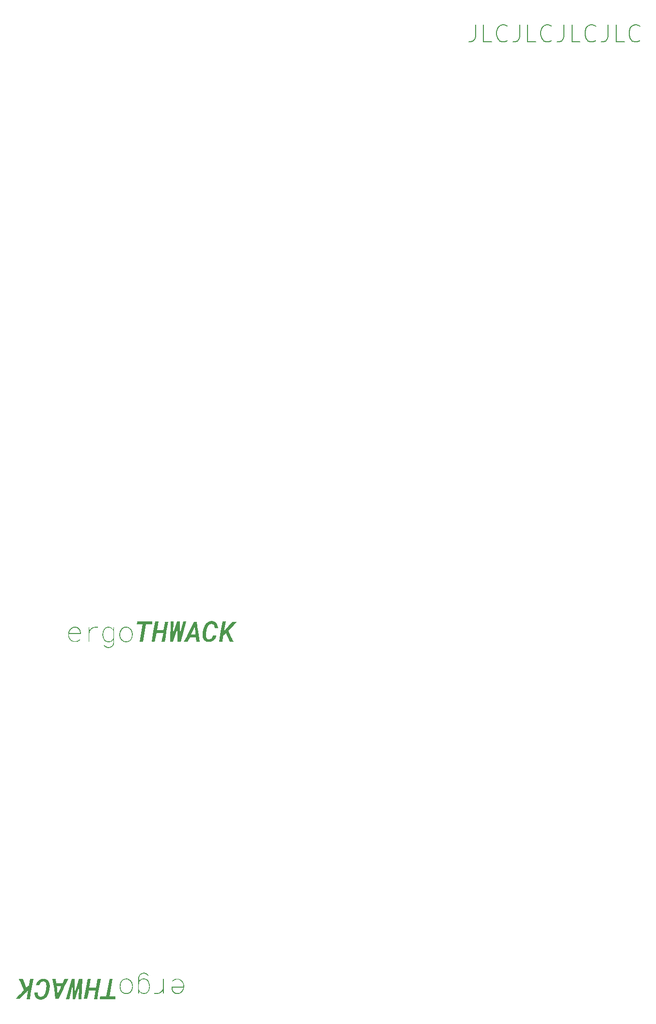
<source format=gbr>
%TF.GenerationSoftware,KiCad,Pcbnew,7.0.8*%
%TF.CreationDate,2024-02-24T01:54:29-05:00*%
%TF.ProjectId,ergothwack-upper components extra panel space,6572676f-7468-4776-9163-6b2d75707065,rev?*%
%TF.SameCoordinates,Original*%
%TF.FileFunction,Legend,Top*%
%TF.FilePolarity,Positive*%
%FSLAX46Y46*%
G04 Gerber Fmt 4.6, Leading zero omitted, Abs format (unit mm)*
G04 Created by KiCad (PCBNEW 7.0.8) date 2024-02-24 01:54:29*
%MOMM*%
%LPD*%
G01*
G04 APERTURE LIST*
%ADD10C,0.000000*%
%ADD11C,0.150000*%
G04 APERTURE END LIST*
D10*
G36*
X86271168Y-103513346D02*
G01*
X86311992Y-103514936D01*
X86353437Y-103517954D01*
X86395501Y-103522406D01*
X86438186Y-103528298D01*
X86515916Y-103537367D01*
X86590390Y-103551242D01*
X86661661Y-103569768D01*
X86729779Y-103592790D01*
X86794797Y-103620153D01*
X86856765Y-103651701D01*
X86915737Y-103687281D01*
X86971763Y-103726735D01*
X87024895Y-103769911D01*
X87075184Y-103816652D01*
X87122684Y-103866804D01*
X87167444Y-103920212D01*
X87209517Y-103976720D01*
X87248955Y-104036174D01*
X87285808Y-104098418D01*
X87320130Y-104163298D01*
X87339155Y-104203382D01*
X87356579Y-104244189D01*
X87372452Y-104285616D01*
X87386827Y-104327560D01*
X87399755Y-104369917D01*
X87411288Y-104412585D01*
X87421476Y-104455459D01*
X87430373Y-104498437D01*
X87438030Y-104541414D01*
X87444499Y-104584288D01*
X87449830Y-104626956D01*
X87454076Y-104669313D01*
X87457289Y-104711257D01*
X87459519Y-104752685D01*
X87461242Y-104833576D01*
X87460415Y-104892306D01*
X87457935Y-104949538D01*
X87453800Y-105005426D01*
X87448013Y-105060125D01*
X87440571Y-105113791D01*
X87431476Y-105166579D01*
X87420728Y-105218643D01*
X87408325Y-105270138D01*
X87394269Y-105321220D01*
X87378560Y-105372044D01*
X87361197Y-105422764D01*
X87342180Y-105473537D01*
X87321509Y-105524515D01*
X87299185Y-105575856D01*
X87275207Y-105627713D01*
X87249576Y-105680242D01*
X87208168Y-105744222D01*
X87163466Y-105803887D01*
X87115689Y-105859262D01*
X87065056Y-105910374D01*
X87011789Y-105957249D01*
X86956105Y-105999913D01*
X86898226Y-106038390D01*
X86838369Y-106072707D01*
X86776756Y-106102891D01*
X86713605Y-106128966D01*
X86649137Y-106150958D01*
X86583570Y-106168894D01*
X86517125Y-106182800D01*
X86450021Y-106192700D01*
X86382478Y-106198621D01*
X86314715Y-106200589D01*
X86246952Y-106198630D01*
X86179409Y-106192769D01*
X86112305Y-106183032D01*
X86045860Y-106169446D01*
X85980293Y-106152035D01*
X85915825Y-106130826D01*
X85852674Y-106105845D01*
X85791061Y-106077117D01*
X85731204Y-106044669D01*
X85673325Y-106008525D01*
X85617641Y-105968713D01*
X85564374Y-105925257D01*
X85513742Y-105878185D01*
X85465965Y-105827520D01*
X85421262Y-105773290D01*
X85379855Y-105715520D01*
X85351019Y-105671615D01*
X85324044Y-105625965D01*
X85275675Y-105529898D01*
X85234747Y-105428251D01*
X85201261Y-105321953D01*
X85175216Y-105211933D01*
X85156613Y-105099124D01*
X85145450Y-104984454D01*
X85142723Y-104899721D01*
X85278430Y-104899721D01*
X85283606Y-104990457D01*
X85295862Y-105080727D01*
X85315250Y-105170480D01*
X85341820Y-105259665D01*
X85375625Y-105348230D01*
X85416716Y-105436123D01*
X85465145Y-105523292D01*
X85520965Y-105609686D01*
X85558560Y-105664154D01*
X85598488Y-105715115D01*
X85640599Y-105762574D01*
X85684744Y-105806539D01*
X85730776Y-105847016D01*
X85778546Y-105884011D01*
X85827904Y-105917530D01*
X85878703Y-105947581D01*
X85930794Y-105974170D01*
X85984029Y-105997303D01*
X86038258Y-106016986D01*
X86093333Y-106033226D01*
X86149106Y-106046030D01*
X86205428Y-106055404D01*
X86262150Y-106061354D01*
X86319124Y-106063888D01*
X86376202Y-106063010D01*
X86433234Y-106058728D01*
X86490073Y-106051049D01*
X86546569Y-106039979D01*
X86602575Y-106025523D01*
X86657941Y-106007689D01*
X86712519Y-105986484D01*
X86766160Y-105961913D01*
X86818716Y-105933983D01*
X86870038Y-105902700D01*
X86919978Y-105868072D01*
X86968387Y-105830103D01*
X87015116Y-105788802D01*
X87060018Y-105744174D01*
X87102943Y-105696226D01*
X87143742Y-105644964D01*
X87181707Y-105552222D01*
X87199320Y-105505593D01*
X87215951Y-105458653D01*
X87231548Y-105411301D01*
X87246061Y-105363431D01*
X87259436Y-105314941D01*
X87271623Y-105265728D01*
X87282570Y-105215688D01*
X87292225Y-105164718D01*
X87300536Y-105112714D01*
X87307452Y-105059574D01*
X87312921Y-105005193D01*
X87316891Y-104949469D01*
X87319312Y-104892297D01*
X87320130Y-104833576D01*
X87319716Y-104800107D01*
X87318476Y-104765914D01*
X87316409Y-104731101D01*
X87313515Y-104695772D01*
X87309795Y-104660029D01*
X87305247Y-104623976D01*
X87299873Y-104587716D01*
X87293672Y-104551353D01*
X87286644Y-104514990D01*
X87278789Y-104478731D01*
X87270108Y-104442678D01*
X87260599Y-104406935D01*
X87250264Y-104371606D01*
X87239102Y-104336793D01*
X87227113Y-104302600D01*
X87214297Y-104269131D01*
X87180381Y-104204648D01*
X87144707Y-104143523D01*
X87107172Y-104085809D01*
X87067674Y-104031558D01*
X87026109Y-103980820D01*
X86982374Y-103933648D01*
X86936364Y-103890093D01*
X86887978Y-103850208D01*
X86862861Y-103831657D01*
X86837111Y-103814043D01*
X86810715Y-103797372D01*
X86783661Y-103781650D01*
X86755934Y-103766885D01*
X86727523Y-103753082D01*
X86698414Y-103740248D01*
X86668595Y-103728389D01*
X86638052Y-103717512D01*
X86606772Y-103707624D01*
X86574744Y-103698730D01*
X86541953Y-103690838D01*
X86508387Y-103683953D01*
X86474033Y-103678082D01*
X86402909Y-103669409D01*
X86325170Y-103665267D01*
X86250636Y-103666033D01*
X86179202Y-103671657D01*
X86110765Y-103682087D01*
X86045222Y-103697271D01*
X85982470Y-103717158D01*
X85922404Y-103741696D01*
X85864923Y-103770833D01*
X85809922Y-103804517D01*
X85757298Y-103842697D01*
X85706948Y-103885322D01*
X85658769Y-103932339D01*
X85612656Y-103983697D01*
X85568507Y-104039343D01*
X85526218Y-104099228D01*
X85485687Y-104163298D01*
X85436086Y-104255894D01*
X85393152Y-104348437D01*
X85356935Y-104440878D01*
X85327488Y-104533163D01*
X85304863Y-104625242D01*
X85289110Y-104717062D01*
X85280282Y-104808573D01*
X85278430Y-104899721D01*
X85142723Y-104899721D01*
X85141730Y-104868854D01*
X85145450Y-104753254D01*
X85156613Y-104638584D01*
X85175216Y-104525774D01*
X85201261Y-104415755D01*
X85234747Y-104309456D01*
X85275675Y-104207809D01*
X85324044Y-104111742D01*
X85351019Y-104066093D01*
X85379855Y-104022187D01*
X85403316Y-103986428D01*
X85427397Y-103951916D01*
X85452098Y-103918657D01*
X85477419Y-103886657D01*
X85503361Y-103855924D01*
X85529922Y-103826463D01*
X85557104Y-103798281D01*
X85584906Y-103771384D01*
X85613328Y-103745779D01*
X85642370Y-103721473D01*
X85672032Y-103698472D01*
X85702314Y-103676782D01*
X85733217Y-103656409D01*
X85764740Y-103637361D01*
X85796882Y-103619644D01*
X85829645Y-103603263D01*
X85863028Y-103588227D01*
X85897031Y-103574540D01*
X85931654Y-103562210D01*
X85966898Y-103551242D01*
X86002761Y-103541645D01*
X86039244Y-103533423D01*
X86076348Y-103526583D01*
X86114072Y-103521132D01*
X86152416Y-103517077D01*
X86191380Y-103514423D01*
X86230964Y-103513177D01*
X86271168Y-103513346D01*
G37*
G36*
X71944883Y-164950341D02*
G01*
X71998937Y-164953691D01*
X72051543Y-164959212D01*
X72102703Y-164966851D01*
X72152416Y-164976558D01*
X72200681Y-164988280D01*
X72247500Y-165001965D01*
X72292872Y-165017563D01*
X72336797Y-165035021D01*
X72379275Y-165054288D01*
X72420306Y-165075312D01*
X72459890Y-165098041D01*
X72498027Y-165122423D01*
X72534718Y-165148408D01*
X72569961Y-165175943D01*
X72603757Y-165204976D01*
X72636107Y-165235457D01*
X72667009Y-165267333D01*
X72696465Y-165300552D01*
X72724474Y-165335063D01*
X72776150Y-165407755D01*
X72822039Y-165484994D01*
X72862140Y-165566367D01*
X72896454Y-165651461D01*
X72924979Y-165739862D01*
X72947717Y-165831157D01*
X72959732Y-165883677D01*
X72969421Y-165935474D01*
X72976940Y-165986651D01*
X72982443Y-166037311D01*
X72986086Y-166087558D01*
X72988024Y-166137495D01*
X72988412Y-166187224D01*
X72987404Y-166236851D01*
X72985156Y-166286478D01*
X72981823Y-166336208D01*
X72972522Y-166436391D01*
X72947717Y-166642545D01*
X72898659Y-166907129D01*
X72873923Y-167039420D01*
X72846293Y-167171712D01*
X72830747Y-167237858D01*
X72813702Y-167304004D01*
X72794900Y-167370149D01*
X72774083Y-167436295D01*
X72750992Y-167502441D01*
X72725369Y-167568587D01*
X72696956Y-167634733D01*
X72665493Y-167700878D01*
X72631171Y-167772786D01*
X72594318Y-167842885D01*
X72554880Y-167911021D01*
X72512807Y-167977037D01*
X72468046Y-168040780D01*
X72420547Y-168102094D01*
X72370257Y-168160824D01*
X72317126Y-168216816D01*
X72261100Y-168269913D01*
X72202129Y-168319962D01*
X72140160Y-168366807D01*
X72075143Y-168410292D01*
X72007025Y-168450264D01*
X71935755Y-168486567D01*
X71861280Y-168519045D01*
X71783551Y-168547545D01*
X71736853Y-168559947D01*
X71689431Y-168570696D01*
X71641389Y-168579791D01*
X71592831Y-168587232D01*
X71543859Y-168593020D01*
X71494577Y-168597154D01*
X71445088Y-168599635D01*
X71395496Y-168600462D01*
X71345903Y-168599635D01*
X71296415Y-168597154D01*
X71247133Y-168593020D01*
X71198161Y-168587232D01*
X71149602Y-168579791D01*
X71101560Y-168570696D01*
X71054139Y-168559947D01*
X71007441Y-168547545D01*
X70968472Y-168533801D01*
X70930925Y-168519037D01*
X70894773Y-168503265D01*
X70859991Y-168486498D01*
X70826552Y-168468749D01*
X70794431Y-168450031D01*
X70763602Y-168430358D01*
X70734038Y-168409741D01*
X70705716Y-168388194D01*
X70678607Y-168365730D01*
X70652687Y-168342361D01*
X70627930Y-168318102D01*
X70604309Y-168292963D01*
X70581800Y-168266959D01*
X70560376Y-168240102D01*
X70540011Y-168212406D01*
X70520680Y-168183883D01*
X70502356Y-168154546D01*
X70485014Y-168124408D01*
X70468628Y-168093481D01*
X70438622Y-168029317D01*
X70412129Y-167962154D01*
X70388943Y-167892098D01*
X70368858Y-167819252D01*
X70351667Y-167743718D01*
X70337163Y-167665601D01*
X70337094Y-167639211D01*
X70336612Y-167613235D01*
X70335302Y-167588086D01*
X70334209Y-167575951D01*
X70332753Y-167564177D01*
X70330884Y-167552817D01*
X70328550Y-167541922D01*
X70325699Y-167531543D01*
X70322280Y-167521734D01*
X70318240Y-167512544D01*
X70313529Y-167504026D01*
X70308094Y-167496231D01*
X70305090Y-167492621D01*
X70301884Y-167489212D01*
X70298781Y-167482701D01*
X70296072Y-167476396D01*
X70293738Y-167470298D01*
X70291758Y-167464407D01*
X70290115Y-167458723D01*
X70288788Y-167453245D01*
X70287758Y-167447974D01*
X70287005Y-167442910D01*
X70286512Y-167438052D01*
X70286257Y-167433401D01*
X70286386Y-167424720D01*
X70287239Y-167416865D01*
X70288661Y-167409837D01*
X70290495Y-167403636D01*
X70292588Y-167398261D01*
X70294784Y-167393714D01*
X70296929Y-167389993D01*
X70300443Y-167385032D01*
X70301890Y-167383378D01*
X70866335Y-167383378D01*
X70866731Y-167396616D01*
X70867851Y-167409906D01*
X70869590Y-167423298D01*
X70871847Y-167436846D01*
X70877496Y-167464614D01*
X70883973Y-167493621D01*
X70890449Y-167524283D01*
X70893429Y-167540363D01*
X70896099Y-167557011D01*
X70898355Y-167574280D01*
X70900095Y-167592220D01*
X70901215Y-167610884D01*
X70901611Y-167630323D01*
X70909145Y-167672186D01*
X70918474Y-167711808D01*
X70929535Y-167749220D01*
X70942262Y-167784456D01*
X70956592Y-167817547D01*
X70972459Y-167848526D01*
X70989798Y-167877425D01*
X71008546Y-167904277D01*
X71028638Y-167929112D01*
X71050008Y-167951965D01*
X71072593Y-167972867D01*
X71096327Y-167991851D01*
X71121147Y-168008948D01*
X71146988Y-168024192D01*
X71173784Y-168037614D01*
X71201472Y-168049246D01*
X71229987Y-168059122D01*
X71259264Y-168067273D01*
X71289239Y-168073731D01*
X71319846Y-168078529D01*
X71351022Y-168081700D01*
X71382702Y-168083275D01*
X71414821Y-168083287D01*
X71447315Y-168081768D01*
X71480119Y-168078750D01*
X71513169Y-168074266D01*
X71546399Y-168068348D01*
X71579745Y-168061028D01*
X71613143Y-168052339D01*
X71646528Y-168042313D01*
X71679836Y-168030982D01*
X71713002Y-168018378D01*
X71739055Y-168004727D01*
X71764333Y-167990197D01*
X71788888Y-167974737D01*
X71812771Y-167958296D01*
X71836034Y-167940820D01*
X71858729Y-167922260D01*
X71880906Y-167902563D01*
X71902619Y-167881677D01*
X71923918Y-167859551D01*
X71944855Y-167836133D01*
X71965483Y-167811371D01*
X71985852Y-167785214D01*
X72006014Y-167757610D01*
X72026021Y-167728508D01*
X72045925Y-167697855D01*
X72065777Y-167665600D01*
X72091418Y-167618894D01*
X72115456Y-167571412D01*
X72137944Y-167523206D01*
X72158934Y-167474329D01*
X72178476Y-167424831D01*
X72196623Y-167374766D01*
X72213427Y-167324183D01*
X72228938Y-167273135D01*
X72243209Y-167221674D01*
X72256292Y-167169851D01*
X72268238Y-167117718D01*
X72279099Y-167065327D01*
X72297771Y-166959976D01*
X72312723Y-166854212D01*
X72338629Y-166700974D01*
X72350549Y-166627249D01*
X72361228Y-166554351D01*
X72370254Y-166481453D01*
X72377213Y-166407728D01*
X72381692Y-166332349D01*
X72382872Y-166293781D01*
X72383277Y-166254490D01*
X72382726Y-166148657D01*
X72381417Y-166095740D01*
X72378867Y-166042823D01*
X72374664Y-165989907D01*
X72371813Y-165963448D01*
X72368394Y-165936990D01*
X72364354Y-165910532D01*
X72359643Y-165884073D01*
X72354208Y-165857615D01*
X72347999Y-165831157D01*
X72340871Y-165798805D01*
X72332728Y-165767888D01*
X72323592Y-165738391D01*
X72313479Y-165710303D01*
X72302411Y-165683610D01*
X72290406Y-165658299D01*
X72277483Y-165634358D01*
X72263663Y-165611773D01*
X72248965Y-165590532D01*
X72233407Y-165570622D01*
X72217009Y-165552029D01*
X72199791Y-165534741D01*
X72181772Y-165518745D01*
X72162972Y-165504028D01*
X72143409Y-165490577D01*
X72123103Y-165478379D01*
X72102074Y-165467422D01*
X72080341Y-165457691D01*
X72057923Y-165449175D01*
X72034840Y-165441861D01*
X72011111Y-165435735D01*
X71986755Y-165430785D01*
X71961792Y-165426998D01*
X71936241Y-165424360D01*
X71910122Y-165422859D01*
X71883454Y-165422482D01*
X71856256Y-165423217D01*
X71828548Y-165425049D01*
X71800348Y-165427966D01*
X71771678Y-165431956D01*
X71742555Y-165437006D01*
X71712999Y-165443101D01*
X71674138Y-165450939D01*
X71636931Y-165461154D01*
X71601378Y-165473642D01*
X71567478Y-165488301D01*
X71535232Y-165505027D01*
X71504639Y-165523716D01*
X71475701Y-165544266D01*
X71448416Y-165566573D01*
X71422784Y-165590534D01*
X71398806Y-165616045D01*
X71376482Y-165643003D01*
X71355812Y-165671304D01*
X71336795Y-165700846D01*
X71319432Y-165731524D01*
X71303723Y-165763237D01*
X71289667Y-165795879D01*
X71276369Y-165823922D01*
X71262657Y-165854859D01*
X71232340Y-165923761D01*
X71214907Y-165960899D01*
X71205442Y-165979959D01*
X71195408Y-165999277D01*
X71184754Y-166018802D01*
X71173428Y-166038482D01*
X71161378Y-166058266D01*
X71148554Y-166078101D01*
X70584108Y-166078101D01*
X70595462Y-166012786D01*
X70609620Y-165949151D01*
X70626490Y-165887221D01*
X70645983Y-165827022D01*
X70668008Y-165768581D01*
X70692475Y-165711922D01*
X70719293Y-165657072D01*
X70748371Y-165604056D01*
X70779620Y-165552901D01*
X70812950Y-165503632D01*
X70848268Y-165456274D01*
X70885486Y-165410855D01*
X70924512Y-165367400D01*
X70965257Y-165325934D01*
X71007630Y-165286483D01*
X71051539Y-165249073D01*
X71096896Y-165213731D01*
X71143609Y-165180482D01*
X71191589Y-165149351D01*
X71240744Y-165120365D01*
X71290984Y-165093549D01*
X71342218Y-165068929D01*
X71394358Y-165046532D01*
X71447311Y-165026383D01*
X71500987Y-165008507D01*
X71555297Y-164992931D01*
X71610149Y-164979680D01*
X71665453Y-164968781D01*
X71721119Y-164960258D01*
X71777056Y-164954139D01*
X71833175Y-164950448D01*
X71889383Y-164949212D01*
X71944883Y-164950341D01*
G37*
G36*
X92879662Y-167559767D02*
G01*
X92773828Y-167559767D01*
X92773277Y-167426924D01*
X92771968Y-167359469D01*
X92769419Y-167290774D01*
X92765216Y-167220425D01*
X92758946Y-167148010D01*
X92750195Y-167073113D01*
X92738550Y-166995323D01*
X92704863Y-167049908D01*
X92669967Y-167101277D01*
X92633896Y-167149519D01*
X92596681Y-167194725D01*
X92558356Y-167236986D01*
X92518952Y-167276391D01*
X92478501Y-167313032D01*
X92437036Y-167346998D01*
X92394589Y-167378381D01*
X92351193Y-167407270D01*
X92306879Y-167433756D01*
X92261681Y-167457930D01*
X92215629Y-167479882D01*
X92168758Y-167499702D01*
X92121098Y-167517481D01*
X92072683Y-167533309D01*
X92023544Y-167547277D01*
X91973714Y-167559474D01*
X91872109Y-167578922D01*
X91768128Y-167592375D01*
X91662027Y-167600557D01*
X91554067Y-167604192D01*
X91444504Y-167604002D01*
X91333598Y-167600712D01*
X91221607Y-167595045D01*
X91221607Y-167453934D01*
X91287683Y-167455381D01*
X91353347Y-167458895D01*
X91481780Y-167467163D01*
X91543723Y-167469437D01*
X91573945Y-167469566D01*
X91603598Y-167468817D01*
X91632632Y-167467034D01*
X91660994Y-167464063D01*
X91688632Y-167459748D01*
X91715495Y-167453934D01*
X91774604Y-167446467D01*
X91832835Y-167437191D01*
X91890135Y-167425951D01*
X91946454Y-167412593D01*
X92001739Y-167396961D01*
X92055939Y-167378900D01*
X92109002Y-167358255D01*
X92160877Y-167334871D01*
X92211511Y-167308594D01*
X92260853Y-167279268D01*
X92308852Y-167246737D01*
X92355456Y-167210848D01*
X92400612Y-167171445D01*
X92444270Y-167128372D01*
X92486378Y-167081476D01*
X92526884Y-167030601D01*
X92552515Y-166997519D01*
X92576493Y-166964386D01*
X92598817Y-166931149D01*
X92619488Y-166897758D01*
X92638505Y-166864160D01*
X92655868Y-166830303D01*
X92671578Y-166796136D01*
X92685634Y-166761608D01*
X92698036Y-166726666D01*
X92708785Y-166691259D01*
X92717880Y-166655335D01*
X92725321Y-166618843D01*
X92731109Y-166581731D01*
X92735243Y-166543947D01*
X92737724Y-166505439D01*
X92738550Y-166466156D01*
X92738550Y-164984490D01*
X92879661Y-164984490D01*
X92879662Y-167559767D01*
G37*
G36*
X90457700Y-166315140D02*
G01*
X90451352Y-166411172D01*
X90439734Y-166507411D01*
X90422896Y-166603960D01*
X90400890Y-166700922D01*
X90373769Y-166798401D01*
X90341583Y-166896500D01*
X90304384Y-166995323D01*
X90272895Y-167062712D01*
X90238092Y-167125986D01*
X90200176Y-167185166D01*
X90159346Y-167240269D01*
X90115803Y-167291315D01*
X90069748Y-167338325D01*
X90021380Y-167381316D01*
X89970899Y-167420309D01*
X89918507Y-167455323D01*
X89864403Y-167486378D01*
X89808787Y-167513492D01*
X89751860Y-167536685D01*
X89693822Y-167555976D01*
X89634874Y-167571385D01*
X89575214Y-167582932D01*
X89515044Y-167590635D01*
X89454565Y-167594514D01*
X89393975Y-167594588D01*
X89333476Y-167590877D01*
X89273268Y-167583400D01*
X89213550Y-167572177D01*
X89154524Y-167557226D01*
X89096389Y-167538568D01*
X89039346Y-167516221D01*
X88983594Y-167490205D01*
X88929335Y-167460540D01*
X88876768Y-167427244D01*
X88826094Y-167390337D01*
X88777513Y-167349839D01*
X88731225Y-167305769D01*
X88687430Y-167258146D01*
X88646329Y-167206989D01*
X88646227Y-167203783D01*
X88645924Y-167200771D01*
X88645428Y-167197939D01*
X88644745Y-167195276D01*
X88643880Y-167192767D01*
X88642841Y-167190401D01*
X88641634Y-167188164D01*
X88640266Y-167186043D01*
X88638742Y-167184025D01*
X88637070Y-167182098D01*
X88635256Y-167180249D01*
X88633307Y-167178464D01*
X88631228Y-167176730D01*
X88629026Y-167175036D01*
X88626708Y-167173367D01*
X88624280Y-167171711D01*
X88601680Y-167157380D01*
X88595384Y-167153022D01*
X88592175Y-167150655D01*
X88588934Y-167148147D01*
X88585666Y-167145484D01*
X88582379Y-167142652D01*
X88579079Y-167139640D01*
X88575773Y-167136434D01*
X88575773Y-167559767D01*
X88434662Y-167559767D01*
X88434662Y-166748378D01*
X88540496Y-166748378D01*
X88540565Y-166763123D01*
X88541047Y-166780349D01*
X88541573Y-166789633D01*
X88542357Y-166799228D01*
X88543450Y-166809029D01*
X88544906Y-166818934D01*
X88546775Y-166828839D01*
X88549109Y-166838640D01*
X88551960Y-166848235D01*
X88555379Y-166857519D01*
X88559418Y-166866390D01*
X88561687Y-166870638D01*
X88564130Y-166874745D01*
X88566753Y-166878696D01*
X88569564Y-166882479D01*
X88572569Y-166886081D01*
X88575774Y-166889490D01*
X88586412Y-166919043D01*
X88598451Y-166948151D01*
X88611847Y-166976781D01*
X88626555Y-167004900D01*
X88642528Y-167032477D01*
X88659722Y-167059479D01*
X88678092Y-167085874D01*
X88697592Y-167111629D01*
X88718178Y-167136713D01*
X88739803Y-167161092D01*
X88762423Y-167184735D01*
X88785993Y-167207610D01*
X88810467Y-167229683D01*
X88835801Y-167250923D01*
X88861948Y-167271298D01*
X88888864Y-167290774D01*
X88916503Y-167309321D01*
X88944821Y-167326905D01*
X88973771Y-167343494D01*
X89003310Y-167359056D01*
X89033391Y-167373559D01*
X89063969Y-167386970D01*
X89095000Y-167399257D01*
X89126437Y-167410388D01*
X89158237Y-167420330D01*
X89190353Y-167429052D01*
X89222740Y-167436520D01*
X89255353Y-167442703D01*
X89288147Y-167447568D01*
X89321077Y-167451083D01*
X89354097Y-167453216D01*
X89387162Y-167453934D01*
X89452860Y-167451867D01*
X89517525Y-167445666D01*
X89580949Y-167435330D01*
X89642926Y-167420861D01*
X89703250Y-167402257D01*
X89761713Y-167379520D01*
X89818109Y-167352648D01*
X89872231Y-167321642D01*
X89923873Y-167286502D01*
X89972828Y-167247228D01*
X90018889Y-167203820D01*
X90061849Y-167156278D01*
X90101502Y-167104601D01*
X90137641Y-167048791D01*
X90170060Y-166988846D01*
X90184809Y-166957323D01*
X90198551Y-166924767D01*
X90229557Y-166845384D01*
X90256428Y-166765949D01*
X90279166Y-166686410D01*
X90297769Y-166606716D01*
X90312239Y-166526816D01*
X90322574Y-166446657D01*
X90328775Y-166366188D01*
X90330842Y-166285358D01*
X90328775Y-166204114D01*
X90322574Y-166122405D01*
X90312239Y-166040179D01*
X90297769Y-165957385D01*
X90279166Y-165873970D01*
X90256428Y-165789884D01*
X90229557Y-165705075D01*
X90198551Y-165619490D01*
X90173875Y-165561410D01*
X90146254Y-165506250D01*
X90115843Y-165454035D01*
X90082795Y-165404792D01*
X90047268Y-165358545D01*
X90009415Y-165315322D01*
X89969392Y-165275148D01*
X89927353Y-165238049D01*
X89883454Y-165204050D01*
X89837849Y-165173178D01*
X89790694Y-165145458D01*
X89742144Y-165120916D01*
X89692354Y-165099578D01*
X89641479Y-165081470D01*
X89589673Y-165066617D01*
X89537092Y-165055046D01*
X89483892Y-165046782D01*
X89430226Y-165041851D01*
X89376250Y-165040279D01*
X89322119Y-165042092D01*
X89267988Y-165047316D01*
X89214012Y-165055976D01*
X89160346Y-165068098D01*
X89107145Y-165083709D01*
X89054564Y-165102833D01*
X89002759Y-165125498D01*
X88951883Y-165151728D01*
X88902093Y-165181550D01*
X88853543Y-165214988D01*
X88806388Y-165252071D01*
X88760784Y-165292822D01*
X88716885Y-165337268D01*
X88697859Y-165357120D01*
X88680436Y-165377024D01*
X88664562Y-165397032D01*
X88650188Y-165417194D01*
X88637260Y-165437563D01*
X88625728Y-165458191D01*
X88615539Y-165479128D01*
X88606642Y-165500428D01*
X88598985Y-165522140D01*
X88592517Y-165544318D01*
X88587186Y-165567013D01*
X88582940Y-165590276D01*
X88579727Y-165614159D01*
X88577496Y-165638714D01*
X88576196Y-165663992D01*
X88575774Y-165690046D01*
X88564130Y-165766320D01*
X88555379Y-165837220D01*
X88549109Y-165903986D01*
X88544906Y-165967858D01*
X88542357Y-166030076D01*
X88541047Y-166091881D01*
X88540496Y-166219212D01*
X88540496Y-166748378D01*
X88434662Y-166748378D01*
X88434662Y-164843378D01*
X88444541Y-164758276D01*
X88460776Y-164675189D01*
X88483109Y-164594479D01*
X88511281Y-164516508D01*
X88545034Y-164441637D01*
X88584111Y-164370229D01*
X88628251Y-164302645D01*
X88677197Y-164239247D01*
X88730691Y-164180396D01*
X88788474Y-164126454D01*
X88850287Y-164077784D01*
X88882625Y-164055538D01*
X88915873Y-164034746D01*
X88950000Y-164015452D01*
X88984973Y-163997703D01*
X89020760Y-163981542D01*
X89057329Y-163967015D01*
X89094647Y-163954168D01*
X89132682Y-163943046D01*
X89171401Y-163933694D01*
X89210773Y-163926157D01*
X89283499Y-163915408D01*
X89356019Y-163909620D01*
X89428125Y-163908794D01*
X89499610Y-163912928D01*
X89570269Y-163922023D01*
X89639895Y-163936079D01*
X89708280Y-163955096D01*
X89775218Y-163979074D01*
X89840503Y-164008013D01*
X89903927Y-164041912D01*
X89965284Y-164080773D01*
X90024367Y-164124595D01*
X90080970Y-164173377D01*
X90134886Y-164227121D01*
X90185908Y-164285825D01*
X90233829Y-164349490D01*
X90127996Y-164455324D01*
X90127895Y-164452017D01*
X90127600Y-164448718D01*
X90127124Y-164445431D01*
X90126480Y-164442163D01*
X90125681Y-164438922D01*
X90124740Y-164435712D01*
X90122484Y-164429416D01*
X90119814Y-164423327D01*
X90116834Y-164417496D01*
X90113647Y-164411976D01*
X90110357Y-164406817D01*
X90107067Y-164402071D01*
X90103880Y-164397790D01*
X90098231Y-164390831D01*
X90092718Y-164384768D01*
X90052609Y-164345933D01*
X90011621Y-164308907D01*
X89969703Y-164273845D01*
X89926803Y-164240901D01*
X89882869Y-164210231D01*
X89837850Y-164181990D01*
X89791695Y-164156332D01*
X89744350Y-164133414D01*
X89695766Y-164113389D01*
X89645889Y-164096414D01*
X89594670Y-164082642D01*
X89542054Y-164072229D01*
X89515207Y-164068331D01*
X89487992Y-164065330D01*
X89460402Y-164063247D01*
X89432431Y-164062101D01*
X89404073Y-164061910D01*
X89375320Y-164062695D01*
X89346167Y-164064475D01*
X89316607Y-164067268D01*
X89257920Y-164075140D01*
X89200990Y-164085596D01*
X89145920Y-164098739D01*
X89092814Y-164114673D01*
X89041775Y-164133500D01*
X88992906Y-164155325D01*
X88946311Y-164180250D01*
X88902093Y-164208380D01*
X88860356Y-164239816D01*
X88821203Y-164274663D01*
X88784736Y-164313024D01*
X88751061Y-164355003D01*
X88735301Y-164377381D01*
X88720279Y-164400702D01*
X88706005Y-164424979D01*
X88692494Y-164450225D01*
X88679758Y-164476453D01*
X88667810Y-164503676D01*
X88646330Y-164561157D01*
X88627709Y-164607459D01*
X88611466Y-164653761D01*
X88597496Y-164700063D01*
X88585696Y-164746365D01*
X88575964Y-164792667D01*
X88568195Y-164838969D01*
X88562287Y-164885271D01*
X88558136Y-164931573D01*
X88555638Y-164977875D01*
X88554690Y-165024177D01*
X88555190Y-165070480D01*
X88557033Y-165116782D01*
X88560116Y-165163084D01*
X88564336Y-165209386D01*
X88575774Y-165301990D01*
X88681607Y-165196156D01*
X88712081Y-165167216D01*
X88743911Y-165139915D01*
X88777008Y-165114243D01*
X88811280Y-165090185D01*
X88846638Y-165067730D01*
X88882990Y-165046863D01*
X88958317Y-165009846D01*
X89036538Y-164979029D01*
X89116929Y-164954311D01*
X89198767Y-164935587D01*
X89281329Y-164922754D01*
X89363890Y-164915709D01*
X89445729Y-164914348D01*
X89526120Y-164918568D01*
X89604341Y-164928266D01*
X89679668Y-164943338D01*
X89751378Y-164963682D01*
X89818746Y-164989193D01*
X89881051Y-165019768D01*
X89913702Y-165040025D01*
X89945474Y-165061109D01*
X89976316Y-165083020D01*
X90006177Y-165105757D01*
X90035004Y-165129322D01*
X90062745Y-165153713D01*
X90089350Y-165178931D01*
X90114766Y-165204976D01*
X90138942Y-165231848D01*
X90161826Y-165259546D01*
X90183366Y-165288072D01*
X90203512Y-165317424D01*
X90222210Y-165347603D01*
X90239410Y-165378609D01*
X90255059Y-165410441D01*
X90269106Y-165443101D01*
X90312523Y-165541923D01*
X90350204Y-165640022D01*
X90382200Y-165737501D01*
X90408564Y-165834463D01*
X90429347Y-165931012D01*
X90444600Y-166027251D01*
X90454375Y-166123283D01*
X90458725Y-166219212D01*
X90458018Y-166285358D01*
X90457700Y-166315140D01*
G37*
G36*
X96418816Y-166547788D02*
G01*
X96407369Y-166612366D01*
X96393339Y-166676324D01*
X96376570Y-166739559D01*
X96356907Y-166801967D01*
X96334196Y-166863445D01*
X96308280Y-166923889D01*
X96279005Y-166983196D01*
X96246217Y-167041263D01*
X96209759Y-167097987D01*
X96169477Y-167153263D01*
X96125216Y-167206990D01*
X96087823Y-167251950D01*
X96048485Y-167294237D01*
X96007326Y-167333862D01*
X95964468Y-167370838D01*
X95920034Y-167405179D01*
X95874146Y-167436898D01*
X95826928Y-167466007D01*
X95778502Y-167492519D01*
X95728991Y-167516447D01*
X95678517Y-167537805D01*
X95627203Y-167556604D01*
X95575172Y-167572859D01*
X95522548Y-167586581D01*
X95469451Y-167597784D01*
X95416006Y-167606481D01*
X95362335Y-167612684D01*
X95308560Y-167616407D01*
X95254805Y-167617662D01*
X95201191Y-167616463D01*
X95147843Y-167612822D01*
X95094882Y-167606752D01*
X95042432Y-167598266D01*
X94990614Y-167587377D01*
X94939552Y-167574099D01*
X94889369Y-167558443D01*
X94840187Y-167540423D01*
X94792129Y-167520052D01*
X94745318Y-167497342D01*
X94699876Y-167472307D01*
X94655926Y-167444959D01*
X94613592Y-167415312D01*
X94572994Y-167383378D01*
X94528346Y-167335845D01*
X94487005Y-167285882D01*
X94448971Y-167233543D01*
X94414244Y-167178877D01*
X94382825Y-167121939D01*
X94354713Y-167062778D01*
X94329908Y-167001446D01*
X94308411Y-166937996D01*
X94290221Y-166872479D01*
X94275338Y-166804947D01*
X94263763Y-166735451D01*
X94255494Y-166664042D01*
X94250534Y-166590774D01*
X94250022Y-166567528D01*
X94392842Y-166567528D01*
X94394607Y-166633312D01*
X94401644Y-166698476D01*
X94413693Y-166762710D01*
X94430497Y-166825704D01*
X94451796Y-166887147D01*
X94477333Y-166946730D01*
X94506848Y-167004142D01*
X94540085Y-167059074D01*
X94576784Y-167111216D01*
X94616687Y-167160257D01*
X94659535Y-167205887D01*
X94705071Y-167247797D01*
X94753035Y-167285675D01*
X94803170Y-167319213D01*
X94855216Y-167348101D01*
X94914933Y-167375709D01*
X94974933Y-167399054D01*
X95035089Y-167418213D01*
X95095271Y-167433263D01*
X95155349Y-167444283D01*
X95215194Y-167451350D01*
X95274678Y-167454541D01*
X95333671Y-167453934D01*
X95392044Y-167449606D01*
X95449668Y-167441635D01*
X95506413Y-167430098D01*
X95562150Y-167415073D01*
X95616750Y-167396638D01*
X95670085Y-167374869D01*
X95722024Y-167349845D01*
X95772438Y-167321642D01*
X95821199Y-167290339D01*
X95868178Y-167256013D01*
X95913244Y-167218742D01*
X95956269Y-167178602D01*
X95997123Y-167135672D01*
X96035678Y-167090029D01*
X96071804Y-167041750D01*
X96105372Y-166990913D01*
X96136253Y-166937596D01*
X96164318Y-166881876D01*
X96189437Y-166823830D01*
X96211481Y-166763537D01*
X96230322Y-166701073D01*
X96245829Y-166636516D01*
X96257874Y-166569944D01*
X96266327Y-166501434D01*
X94396605Y-166501434D01*
X94392842Y-166567528D01*
X94250022Y-166567528D01*
X94248880Y-166515697D01*
X94250534Y-166438862D01*
X94255494Y-166360323D01*
X96301605Y-166360323D01*
X96311157Y-166273997D01*
X96313525Y-166187310D01*
X96308969Y-166100726D01*
X96297747Y-166014711D01*
X96280116Y-165929729D01*
X96256337Y-165846246D01*
X96226666Y-165764726D01*
X96191362Y-165685636D01*
X96150684Y-165609439D01*
X96104890Y-165536601D01*
X96054239Y-165467587D01*
X95998988Y-165402862D01*
X95939396Y-165342892D01*
X95875722Y-165288141D01*
X95808224Y-165239074D01*
X95737161Y-165196156D01*
X95700576Y-165174036D01*
X95663591Y-165153963D01*
X95626218Y-165135918D01*
X95588471Y-165119882D01*
X95550361Y-165105836D01*
X95511903Y-165093760D01*
X95473109Y-165083634D01*
X95433993Y-165075440D01*
X95394566Y-165069158D01*
X95354841Y-165064769D01*
X95314833Y-165062253D01*
X95274554Y-165061591D01*
X95234016Y-165062764D01*
X95193232Y-165065751D01*
X95152216Y-165070534D01*
X95110980Y-165077094D01*
X95027902Y-165095465D01*
X94944100Y-165120709D01*
X94859678Y-165152671D01*
X94774739Y-165191196D01*
X94689387Y-165236128D01*
X94603725Y-165287314D01*
X94517856Y-165344597D01*
X94431883Y-165407823D01*
X94428577Y-165407722D01*
X94425277Y-165407427D01*
X94421991Y-165406951D01*
X94418723Y-165406307D01*
X94415481Y-165405508D01*
X94412272Y-165404568D01*
X94405976Y-165402311D01*
X94399887Y-165399641D01*
X94394056Y-165396661D01*
X94388535Y-165393474D01*
X94383376Y-165390184D01*
X94378631Y-165386894D01*
X94374350Y-165383708D01*
X94367391Y-165378058D01*
X94361328Y-165372545D01*
X94361328Y-165337267D01*
X94401437Y-165292602D01*
X94442425Y-165251140D01*
X94484344Y-165212779D01*
X94527244Y-165177415D01*
X94571177Y-165144945D01*
X94616196Y-165115266D01*
X94662352Y-165088273D01*
X94709696Y-165063865D01*
X94758280Y-165041937D01*
X94808157Y-165022386D01*
X94859377Y-165005109D01*
X94911992Y-164990002D01*
X94966054Y-164976962D01*
X95021615Y-164965886D01*
X95078726Y-164956670D01*
X95137439Y-164949212D01*
X95215675Y-164944845D01*
X95291624Y-164944871D01*
X95365273Y-164949134D01*
X95436611Y-164957480D01*
X95505622Y-164969753D01*
X95572296Y-164985799D01*
X95636618Y-165005462D01*
X95698576Y-165028587D01*
X95758156Y-165055020D01*
X95815347Y-165084604D01*
X95870135Y-165117186D01*
X95922507Y-165152611D01*
X95972450Y-165190722D01*
X96019951Y-165231365D01*
X96064998Y-165274386D01*
X96107577Y-165319629D01*
X96147676Y-165366939D01*
X96185281Y-165416160D01*
X96220380Y-165467139D01*
X96252960Y-165519720D01*
X96283008Y-165573748D01*
X96310511Y-165629067D01*
X96335455Y-165685524D01*
X96357829Y-165742962D01*
X96377619Y-165801227D01*
X96394812Y-165860164D01*
X96409396Y-165919618D01*
X96421356Y-165979433D01*
X96430682Y-166039456D01*
X96437359Y-166099529D01*
X96441375Y-166159500D01*
X96442716Y-166219212D01*
X96441863Y-166285341D01*
X96439202Y-166351366D01*
X96434577Y-166417184D01*
X96427833Y-166482693D01*
X96425237Y-166501434D01*
X96418816Y-166547788D01*
G37*
G36*
X94516795Y-104727742D02*
G01*
X94552073Y-104727742D01*
X94711374Y-104198576D01*
X94873983Y-103669409D01*
X95043206Y-103140243D01*
X95222351Y-102611076D01*
X95680961Y-102611076D01*
X95680961Y-104763020D01*
X95716238Y-104763020D01*
X96280682Y-102611076D01*
X96845126Y-102611076D01*
X95857349Y-106138853D01*
X95292905Y-106138853D01*
X95292905Y-103951631D01*
X95257628Y-103951631D01*
X94891622Y-105058471D01*
X94716887Y-105603623D01*
X94552073Y-106138853D01*
X93987629Y-106138853D01*
X94093461Y-102611076D01*
X94622628Y-102611076D01*
X94516795Y-104727742D01*
G37*
G36*
X90918058Y-102643753D02*
G01*
X90916878Y-102675706D01*
X90914975Y-102707039D01*
X90912400Y-102737856D01*
X90905441Y-102798352D01*
X90896415Y-102858021D01*
X90885735Y-102917690D01*
X90873815Y-102978186D01*
X90847908Y-103104965D01*
X89789574Y-103104965D01*
X89260408Y-106138853D01*
X88695964Y-106138853D01*
X88960547Y-104617499D01*
X89225131Y-103069687D01*
X88166798Y-103069687D01*
X88192705Y-102943459D01*
X88204625Y-102884272D01*
X88215304Y-102827153D01*
X88224331Y-102771687D01*
X88231290Y-102717461D01*
X88233865Y-102690684D01*
X88235768Y-102664062D01*
X88236948Y-102637543D01*
X88237353Y-102611076D01*
X90918463Y-102611076D01*
X90918058Y-102643753D01*
G37*
G36*
X87508620Y-166254489D02*
G01*
X87504900Y-166370089D01*
X87493737Y-166484759D01*
X87475134Y-166597569D01*
X87449089Y-166707588D01*
X87415603Y-166813887D01*
X87374675Y-166915534D01*
X87326306Y-167011601D01*
X87299331Y-167057250D01*
X87270495Y-167101156D01*
X87247034Y-167136915D01*
X87222953Y-167171427D01*
X87198252Y-167204686D01*
X87172931Y-167236686D01*
X87146989Y-167267419D01*
X87120428Y-167296880D01*
X87093246Y-167325062D01*
X87065444Y-167351959D01*
X87037022Y-167377564D01*
X87007980Y-167401870D01*
X86978318Y-167424871D01*
X86948036Y-167446561D01*
X86917133Y-167466934D01*
X86885610Y-167485982D01*
X86853468Y-167503699D01*
X86820705Y-167520080D01*
X86787322Y-167535116D01*
X86753319Y-167548803D01*
X86718696Y-167561133D01*
X86683452Y-167572101D01*
X86647589Y-167581698D01*
X86611106Y-167589920D01*
X86574002Y-167596760D01*
X86536278Y-167602211D01*
X86497934Y-167606266D01*
X86458970Y-167608920D01*
X86419386Y-167610166D01*
X86379182Y-167609997D01*
X86338358Y-167608407D01*
X86296913Y-167605389D01*
X86254849Y-167600937D01*
X86212164Y-167595045D01*
X86134434Y-167585976D01*
X86059960Y-167572101D01*
X85988689Y-167553575D01*
X85920571Y-167530553D01*
X85855553Y-167503190D01*
X85793585Y-167471642D01*
X85734613Y-167436062D01*
X85678587Y-167396608D01*
X85625455Y-167353432D01*
X85575166Y-167306691D01*
X85527666Y-167256539D01*
X85482906Y-167203131D01*
X85440833Y-167146623D01*
X85401395Y-167087169D01*
X85364542Y-167024925D01*
X85330220Y-166960045D01*
X85311195Y-166919961D01*
X85293771Y-166879154D01*
X85277898Y-166837727D01*
X85263523Y-166795783D01*
X85250595Y-166753426D01*
X85239062Y-166710758D01*
X85228874Y-166667884D01*
X85219977Y-166624906D01*
X85212320Y-166581929D01*
X85205851Y-166539055D01*
X85200520Y-166496387D01*
X85196274Y-166454030D01*
X85193061Y-166412086D01*
X85190831Y-166370658D01*
X85189108Y-166289767D01*
X85330220Y-166289767D01*
X85330634Y-166323236D01*
X85331874Y-166357429D01*
X85333941Y-166392242D01*
X85336835Y-166427571D01*
X85340555Y-166463314D01*
X85345103Y-166499367D01*
X85350477Y-166535627D01*
X85356678Y-166571990D01*
X85363706Y-166608353D01*
X85371561Y-166644612D01*
X85380242Y-166680665D01*
X85389751Y-166716408D01*
X85400086Y-166751737D01*
X85411248Y-166786550D01*
X85423237Y-166820743D01*
X85436053Y-166854212D01*
X85469969Y-166918695D01*
X85505643Y-166979820D01*
X85543178Y-167037534D01*
X85582676Y-167091785D01*
X85624241Y-167142523D01*
X85667976Y-167189695D01*
X85713986Y-167233250D01*
X85762372Y-167273135D01*
X85787489Y-167291686D01*
X85813239Y-167309300D01*
X85839635Y-167325971D01*
X85866689Y-167341693D01*
X85894416Y-167356458D01*
X85922827Y-167370261D01*
X85951936Y-167383095D01*
X85981755Y-167394954D01*
X86012298Y-167405831D01*
X86043578Y-167415719D01*
X86075606Y-167424613D01*
X86108397Y-167432505D01*
X86141963Y-167439390D01*
X86176317Y-167445261D01*
X86247441Y-167453934D01*
X86325180Y-167458076D01*
X86399714Y-167457310D01*
X86471148Y-167451686D01*
X86539585Y-167441256D01*
X86605128Y-167426072D01*
X86667880Y-167406185D01*
X86727946Y-167381647D01*
X86785427Y-167352510D01*
X86840428Y-167318826D01*
X86893052Y-167280646D01*
X86943402Y-167238021D01*
X86991581Y-167191004D01*
X87037694Y-167139646D01*
X87081843Y-167084000D01*
X87124132Y-167024115D01*
X87164663Y-166960045D01*
X87214264Y-166867449D01*
X87257198Y-166774906D01*
X87293415Y-166682465D01*
X87322862Y-166590180D01*
X87345487Y-166498101D01*
X87361240Y-166406281D01*
X87370068Y-166314770D01*
X87371920Y-166223622D01*
X87366744Y-166132886D01*
X87354488Y-166042616D01*
X87335100Y-165952863D01*
X87308530Y-165863678D01*
X87274725Y-165775113D01*
X87233634Y-165687220D01*
X87185205Y-165600051D01*
X87129385Y-165513657D01*
X87091790Y-165459189D01*
X87051862Y-165408228D01*
X87009751Y-165360769D01*
X86965606Y-165316804D01*
X86919574Y-165276327D01*
X86871804Y-165239332D01*
X86822446Y-165205813D01*
X86771647Y-165175762D01*
X86719556Y-165149173D01*
X86666321Y-165126040D01*
X86612092Y-165106357D01*
X86557017Y-165090117D01*
X86501244Y-165077313D01*
X86444922Y-165067939D01*
X86388200Y-165061989D01*
X86331226Y-165059455D01*
X86274148Y-165060333D01*
X86217116Y-165064615D01*
X86160277Y-165072294D01*
X86103781Y-165083364D01*
X86047775Y-165097820D01*
X85992409Y-165115654D01*
X85937831Y-165136859D01*
X85884190Y-165161430D01*
X85831634Y-165189360D01*
X85780312Y-165220643D01*
X85730372Y-165255271D01*
X85681963Y-165293240D01*
X85635234Y-165334541D01*
X85590332Y-165379169D01*
X85547407Y-165427117D01*
X85506608Y-165478379D01*
X85468643Y-165571121D01*
X85451030Y-165617750D01*
X85434399Y-165664690D01*
X85418802Y-165712042D01*
X85404289Y-165759912D01*
X85390914Y-165808402D01*
X85378727Y-165857615D01*
X85367780Y-165907655D01*
X85358125Y-165958625D01*
X85349814Y-166010629D01*
X85342898Y-166063769D01*
X85337429Y-166118150D01*
X85333459Y-166173874D01*
X85331038Y-166231046D01*
X85330220Y-166289767D01*
X85189108Y-166289767D01*
X85189935Y-166231037D01*
X85192415Y-166173805D01*
X85196550Y-166117917D01*
X85202337Y-166063218D01*
X85209779Y-166009552D01*
X85218874Y-165956764D01*
X85229622Y-165904700D01*
X85242025Y-165853205D01*
X85256081Y-165802123D01*
X85271790Y-165751299D01*
X85289153Y-165700579D01*
X85308170Y-165649806D01*
X85328841Y-165598828D01*
X85351165Y-165547487D01*
X85375143Y-165495630D01*
X85400774Y-165443101D01*
X85442182Y-165379121D01*
X85486884Y-165319456D01*
X85534661Y-165264081D01*
X85585294Y-165212969D01*
X85638561Y-165166094D01*
X85694245Y-165123430D01*
X85752124Y-165084953D01*
X85811981Y-165050636D01*
X85873594Y-165020452D01*
X85936745Y-164994377D01*
X86001213Y-164972385D01*
X86066780Y-164954449D01*
X86133225Y-164940543D01*
X86200329Y-164930643D01*
X86267872Y-164924722D01*
X86335635Y-164922754D01*
X86403398Y-164924713D01*
X86470941Y-164930574D01*
X86538045Y-164940311D01*
X86604490Y-164953897D01*
X86670057Y-164971308D01*
X86734525Y-164992517D01*
X86797676Y-165017498D01*
X86859289Y-165046226D01*
X86919146Y-165078674D01*
X86977025Y-165114818D01*
X87032709Y-165154630D01*
X87085976Y-165198086D01*
X87136608Y-165245158D01*
X87184385Y-165295823D01*
X87229088Y-165350053D01*
X87270495Y-165407823D01*
X87299331Y-165451728D01*
X87326306Y-165497378D01*
X87374675Y-165593445D01*
X87415603Y-165695092D01*
X87449089Y-165801390D01*
X87475134Y-165911410D01*
X87493737Y-166024219D01*
X87504900Y-166138889D01*
X87507627Y-166223622D01*
X87508620Y-166254489D01*
G37*
G36*
X75364249Y-166726330D02*
G01*
X74499943Y-168476989D01*
X73970778Y-168476989D01*
X73858882Y-167603313D01*
X73737063Y-166726330D01*
X73673149Y-166289768D01*
X74217721Y-166289768D01*
X74244732Y-166607268D01*
X74275049Y-166924767D01*
X74292481Y-167083517D01*
X74311981Y-167242267D01*
X74333961Y-167401017D01*
X74358834Y-167559767D01*
X74448338Y-167401017D01*
X74532466Y-167242267D01*
X74612461Y-167083517D01*
X74689562Y-166924767D01*
X74840044Y-166607268D01*
X74915906Y-166448518D01*
X74993834Y-166289768D01*
X74217721Y-166289768D01*
X73673149Y-166289768D01*
X73476889Y-164949212D01*
X74041332Y-164949212D01*
X74147167Y-165760601D01*
X75205501Y-165760601D01*
X75593555Y-164949212D01*
X76228554Y-164949212D01*
X75799710Y-165842732D01*
X75579398Y-166289768D01*
X75364249Y-166726330D01*
G37*
G36*
X79862166Y-166536712D02*
G01*
X81026332Y-166536712D01*
X81308554Y-164984490D01*
X81872998Y-164984490D01*
X81559908Y-166735149D01*
X81411631Y-167618747D01*
X81273275Y-168512267D01*
X80708831Y-168512267D01*
X80955776Y-167030601D01*
X79826887Y-167030601D01*
X79748064Y-167380622D01*
X79672547Y-167740566D01*
X79637063Y-167923225D01*
X79603645Y-168107124D01*
X79572708Y-168291850D01*
X79544665Y-168476989D01*
X78980222Y-168476989D01*
X79293312Y-166726330D01*
X79441589Y-165842732D01*
X79579944Y-164949212D01*
X80144387Y-164949212D01*
X79862166Y-166536712D01*
G37*
G36*
X77357445Y-167171712D02*
G01*
X77392722Y-167171712D01*
X77758728Y-166064872D01*
X77933463Y-165519720D01*
X78098277Y-164984490D01*
X78662721Y-164984490D01*
X78556889Y-168512267D01*
X78027722Y-168512267D01*
X78133555Y-166395601D01*
X78098277Y-166395601D01*
X77938976Y-166924767D01*
X77776367Y-167453934D01*
X77607144Y-167983100D01*
X77427999Y-168512267D01*
X76969389Y-168512267D01*
X76969389Y-166360323D01*
X76934112Y-166360323D01*
X76369668Y-168512267D01*
X75805224Y-168512267D01*
X76793001Y-164984490D01*
X77357445Y-164984490D01*
X77357445Y-167171712D01*
G37*
G36*
X98791468Y-103520030D02*
G01*
X98913287Y-104397013D01*
X99173461Y-106174131D01*
X98609018Y-106174131D01*
X98503183Y-105362742D01*
X97444849Y-105362742D01*
X97056795Y-106174131D01*
X96421796Y-106174131D01*
X96850640Y-105280611D01*
X97070952Y-104833575D01*
X97656516Y-104833575D01*
X98432629Y-104833575D01*
X98405618Y-104516075D01*
X98375301Y-104198576D01*
X98357869Y-104039826D01*
X98338369Y-103881076D01*
X98316389Y-103722326D01*
X98291516Y-103563576D01*
X98202012Y-103722326D01*
X98117884Y-103881076D01*
X98037889Y-104039826D01*
X97960788Y-104198576D01*
X97810306Y-104516075D01*
X97734444Y-104674825D01*
X97656516Y-104833575D01*
X97070952Y-104833575D01*
X97286101Y-104397013D01*
X98150407Y-102646354D01*
X98679572Y-102646354D01*
X98791468Y-103520030D01*
G37*
G36*
X68573281Y-165729733D02*
G01*
X68732031Y-166110623D01*
X68890783Y-166501434D01*
X68997167Y-166395601D01*
X69051393Y-166342684D01*
X69106859Y-166289768D01*
X69163979Y-166236851D01*
X69223166Y-166183934D01*
X69284833Y-166131018D01*
X69349393Y-166078101D01*
X69401759Y-165812967D01*
X69426909Y-165679366D01*
X69450818Y-165544525D01*
X69473073Y-165408030D01*
X69493261Y-165269468D01*
X69510969Y-165128426D01*
X69525782Y-164984490D01*
X70125503Y-164984490D01*
X69812414Y-166735149D01*
X69664137Y-167618747D01*
X69525782Y-168512267D01*
X68926061Y-168512267D01*
X69208285Y-166960045D01*
X69109875Y-167047232D01*
X69013015Y-167136641D01*
X68917602Y-167228013D01*
X68823534Y-167321091D01*
X68639013Y-167511329D01*
X68458628Y-167705288D01*
X67761892Y-168476989D01*
X67021060Y-168476989D01*
X67194623Y-168280068D01*
X67371080Y-168085626D01*
X67550018Y-167892839D01*
X67731024Y-167700878D01*
X68097582Y-167316130D01*
X68467448Y-166924767D01*
X68039704Y-165954629D01*
X67817564Y-165466252D01*
X67702980Y-165224131D01*
X67585503Y-164984490D01*
X68255781Y-164984490D01*
X68573281Y-165729733D01*
G37*
G36*
X77449159Y-103506880D02*
G01*
X77502507Y-103510521D01*
X77555468Y-103516591D01*
X77607918Y-103525077D01*
X77659736Y-103535966D01*
X77710798Y-103549244D01*
X77760981Y-103564900D01*
X77810163Y-103582920D01*
X77858221Y-103603291D01*
X77905032Y-103626001D01*
X77950474Y-103651036D01*
X77994424Y-103678384D01*
X78036758Y-103708031D01*
X78077356Y-103739965D01*
X78122004Y-103787498D01*
X78163345Y-103837461D01*
X78201379Y-103889800D01*
X78236106Y-103944466D01*
X78267525Y-104001404D01*
X78295637Y-104060565D01*
X78320442Y-104121897D01*
X78341939Y-104185347D01*
X78360129Y-104250864D01*
X78375012Y-104318396D01*
X78386587Y-104387892D01*
X78394856Y-104459301D01*
X78399816Y-104532569D01*
X78401470Y-104607646D01*
X78399816Y-104684481D01*
X78394856Y-104763020D01*
X76348745Y-104763020D01*
X76339193Y-104849346D01*
X76336825Y-104936033D01*
X76341381Y-105022617D01*
X76352603Y-105108632D01*
X76370234Y-105193614D01*
X76394013Y-105277097D01*
X76423684Y-105358617D01*
X76458988Y-105437707D01*
X76499666Y-105513904D01*
X76545460Y-105586742D01*
X76596111Y-105655756D01*
X76651362Y-105720481D01*
X76710954Y-105780451D01*
X76774628Y-105835202D01*
X76842126Y-105884269D01*
X76913189Y-105927187D01*
X76949774Y-105949307D01*
X76986759Y-105969380D01*
X77024132Y-105987425D01*
X77061879Y-106003461D01*
X77099989Y-106017507D01*
X77138447Y-106029583D01*
X77177241Y-106039709D01*
X77216357Y-106047903D01*
X77255784Y-106054185D01*
X77295509Y-106058574D01*
X77335517Y-106061090D01*
X77375796Y-106061752D01*
X77416334Y-106060579D01*
X77457118Y-106057592D01*
X77498134Y-106052809D01*
X77539370Y-106046249D01*
X77622448Y-106027878D01*
X77706250Y-106002634D01*
X77790672Y-105970672D01*
X77875611Y-105932147D01*
X77960963Y-105887215D01*
X78046625Y-105836029D01*
X78132494Y-105778746D01*
X78218467Y-105715520D01*
X78221773Y-105715621D01*
X78225073Y-105715916D01*
X78228359Y-105716392D01*
X78231627Y-105717036D01*
X78234869Y-105717835D01*
X78238078Y-105718775D01*
X78244374Y-105721032D01*
X78250463Y-105723702D01*
X78256294Y-105726682D01*
X78261815Y-105729869D01*
X78266974Y-105733159D01*
X78271719Y-105736449D01*
X78276000Y-105739635D01*
X78282959Y-105745285D01*
X78289022Y-105750798D01*
X78289022Y-105786076D01*
X78248913Y-105830741D01*
X78207925Y-105872203D01*
X78166006Y-105910564D01*
X78123106Y-105945928D01*
X78079173Y-105978398D01*
X78034154Y-106008077D01*
X77987998Y-106035070D01*
X77940654Y-106059478D01*
X77892070Y-106081406D01*
X77842193Y-106100957D01*
X77790973Y-106118234D01*
X77738358Y-106133341D01*
X77684296Y-106146381D01*
X77628735Y-106157457D01*
X77571624Y-106166673D01*
X77512911Y-106174131D01*
X77434675Y-106178498D01*
X77358726Y-106178472D01*
X77285077Y-106174209D01*
X77213739Y-106165863D01*
X77144728Y-106153590D01*
X77078054Y-106137544D01*
X77013732Y-106117881D01*
X76951774Y-106094756D01*
X76892194Y-106068323D01*
X76835003Y-106038739D01*
X76780215Y-106006157D01*
X76727843Y-105970732D01*
X76677900Y-105932621D01*
X76630399Y-105891978D01*
X76585352Y-105848957D01*
X76542773Y-105803714D01*
X76502674Y-105756404D01*
X76465069Y-105707183D01*
X76429970Y-105656204D01*
X76397390Y-105603623D01*
X76367342Y-105549595D01*
X76339839Y-105494276D01*
X76314895Y-105437819D01*
X76292521Y-105380381D01*
X76272731Y-105322116D01*
X76255538Y-105263179D01*
X76240954Y-105203725D01*
X76228994Y-105143910D01*
X76219668Y-105083887D01*
X76212991Y-105023814D01*
X76208975Y-104963843D01*
X76207634Y-104904131D01*
X76208487Y-104838002D01*
X76211148Y-104771977D01*
X76215773Y-104706159D01*
X76222517Y-104640650D01*
X76225113Y-104621909D01*
X76384023Y-104621909D01*
X78253745Y-104621909D01*
X78257508Y-104555815D01*
X78255743Y-104490031D01*
X78248706Y-104424867D01*
X78236657Y-104360633D01*
X78219853Y-104297639D01*
X78198554Y-104236196D01*
X78173017Y-104176613D01*
X78143502Y-104119201D01*
X78110265Y-104064269D01*
X78073566Y-104012127D01*
X78033663Y-103963086D01*
X77990815Y-103917456D01*
X77945279Y-103875546D01*
X77897315Y-103837668D01*
X77847180Y-103804130D01*
X77795134Y-103775242D01*
X77735417Y-103747634D01*
X77675417Y-103724289D01*
X77615261Y-103705130D01*
X77555079Y-103690080D01*
X77495001Y-103679060D01*
X77435156Y-103671993D01*
X77375672Y-103668802D01*
X77316679Y-103669409D01*
X77258306Y-103673737D01*
X77200682Y-103681708D01*
X77143937Y-103693245D01*
X77088200Y-103708270D01*
X77033600Y-103726705D01*
X76980265Y-103748474D01*
X76928326Y-103773498D01*
X76877912Y-103801701D01*
X76829151Y-103833004D01*
X76782172Y-103867330D01*
X76737106Y-103904601D01*
X76694081Y-103944741D01*
X76653227Y-103987671D01*
X76614672Y-104033314D01*
X76578546Y-104081593D01*
X76544978Y-104132430D01*
X76514097Y-104185747D01*
X76486032Y-104241467D01*
X76460913Y-104299513D01*
X76438869Y-104359806D01*
X76420028Y-104422270D01*
X76404521Y-104486827D01*
X76392476Y-104553399D01*
X76384023Y-104621909D01*
X76225113Y-104621909D01*
X76231534Y-104575555D01*
X76242981Y-104510977D01*
X76257011Y-104447019D01*
X76273780Y-104383784D01*
X76293443Y-104321376D01*
X76316154Y-104259898D01*
X76342070Y-104199454D01*
X76371345Y-104140147D01*
X76404133Y-104082080D01*
X76440591Y-104025356D01*
X76480873Y-103970080D01*
X76525134Y-103916353D01*
X76562527Y-103871393D01*
X76601865Y-103829106D01*
X76643024Y-103789481D01*
X76685882Y-103752505D01*
X76730316Y-103718164D01*
X76776204Y-103686445D01*
X76823422Y-103657336D01*
X76871848Y-103630824D01*
X76921359Y-103606896D01*
X76971833Y-103585538D01*
X77023147Y-103566739D01*
X77075178Y-103550484D01*
X77127802Y-103536762D01*
X77180899Y-103525559D01*
X77234344Y-103516862D01*
X77288015Y-103510659D01*
X77341790Y-103506936D01*
X77395545Y-103505681D01*
X77449159Y-103506880D01*
G37*
G36*
X81205846Y-103519341D02*
G01*
X81316752Y-103522631D01*
X81428743Y-103528298D01*
X81428743Y-103669409D01*
X81362667Y-103667962D01*
X81297003Y-103664448D01*
X81168570Y-103656180D01*
X81106627Y-103653906D01*
X81076405Y-103653777D01*
X81046752Y-103654526D01*
X81017718Y-103656309D01*
X80989356Y-103659280D01*
X80961718Y-103663595D01*
X80934855Y-103669409D01*
X80875746Y-103676876D01*
X80817515Y-103686152D01*
X80760215Y-103697392D01*
X80703896Y-103710750D01*
X80648611Y-103726382D01*
X80594411Y-103744443D01*
X80541348Y-103765088D01*
X80489473Y-103788472D01*
X80438839Y-103814749D01*
X80389497Y-103844075D01*
X80341498Y-103876606D01*
X80294894Y-103912495D01*
X80249738Y-103951898D01*
X80206080Y-103994971D01*
X80163972Y-104041867D01*
X80123466Y-104092742D01*
X80097835Y-104125824D01*
X80073857Y-104158957D01*
X80051533Y-104192194D01*
X80030862Y-104225585D01*
X80011845Y-104259183D01*
X79994482Y-104293040D01*
X79978772Y-104327207D01*
X79964716Y-104361735D01*
X79952314Y-104396677D01*
X79941565Y-104432084D01*
X79932470Y-104468008D01*
X79925029Y-104504500D01*
X79919241Y-104541612D01*
X79915107Y-104579396D01*
X79912626Y-104617904D01*
X79911800Y-104657187D01*
X79911800Y-106138853D01*
X79770689Y-106138853D01*
X79770688Y-103563576D01*
X79876522Y-103563576D01*
X79877073Y-103696419D01*
X79878382Y-103763874D01*
X79880931Y-103832569D01*
X79885134Y-103902918D01*
X79891404Y-103975333D01*
X79900155Y-104050230D01*
X79911800Y-104128020D01*
X79945487Y-104073435D01*
X79980383Y-104022066D01*
X80016454Y-103973824D01*
X80053669Y-103928618D01*
X80091994Y-103886357D01*
X80131398Y-103846952D01*
X80171849Y-103810311D01*
X80213314Y-103776345D01*
X80255761Y-103744962D01*
X80299157Y-103716073D01*
X80343471Y-103689587D01*
X80388669Y-103665413D01*
X80434721Y-103643461D01*
X80481592Y-103623641D01*
X80529252Y-103605862D01*
X80577667Y-103590034D01*
X80626806Y-103576066D01*
X80676636Y-103563869D01*
X80778241Y-103544421D01*
X80882222Y-103530968D01*
X80988323Y-103522786D01*
X81096283Y-103519151D01*
X81205846Y-103519341D01*
G37*
G36*
X83316874Y-103532466D02*
G01*
X83377082Y-103539943D01*
X83436800Y-103551166D01*
X83495826Y-103566117D01*
X83553961Y-103584775D01*
X83611004Y-103607122D01*
X83666756Y-103633138D01*
X83721015Y-103662803D01*
X83773582Y-103696099D01*
X83824256Y-103733006D01*
X83872837Y-103773504D01*
X83919125Y-103817574D01*
X83962920Y-103865197D01*
X84004021Y-103916354D01*
X84004123Y-103919560D01*
X84004426Y-103922572D01*
X84004922Y-103925404D01*
X84005605Y-103928067D01*
X84006470Y-103930576D01*
X84007509Y-103932942D01*
X84008716Y-103935179D01*
X84010084Y-103937300D01*
X84011608Y-103939318D01*
X84013280Y-103941245D01*
X84015094Y-103943094D01*
X84017043Y-103944879D01*
X84019122Y-103946613D01*
X84021324Y-103948307D01*
X84023642Y-103949976D01*
X84026070Y-103951632D01*
X84048670Y-103965963D01*
X84054966Y-103970321D01*
X84058175Y-103972688D01*
X84061416Y-103975196D01*
X84064684Y-103977859D01*
X84067971Y-103980691D01*
X84071271Y-103983703D01*
X84074577Y-103986909D01*
X84074577Y-103563576D01*
X84215688Y-103563576D01*
X84215688Y-106279965D01*
X84205809Y-106365067D01*
X84189574Y-106448154D01*
X84167241Y-106528864D01*
X84139069Y-106606835D01*
X84105316Y-106681706D01*
X84066239Y-106753114D01*
X84022099Y-106820698D01*
X83973153Y-106884096D01*
X83919659Y-106942947D01*
X83861876Y-106996889D01*
X83800063Y-107045559D01*
X83767725Y-107067805D01*
X83734477Y-107088597D01*
X83700350Y-107107891D01*
X83665377Y-107125640D01*
X83629590Y-107141801D01*
X83593021Y-107156328D01*
X83555703Y-107169175D01*
X83517668Y-107180297D01*
X83478949Y-107189649D01*
X83439577Y-107197186D01*
X83366851Y-107207935D01*
X83294331Y-107213723D01*
X83222225Y-107214549D01*
X83150740Y-107210415D01*
X83080081Y-107201320D01*
X83010455Y-107187264D01*
X82942070Y-107168247D01*
X82875132Y-107144269D01*
X82809847Y-107115330D01*
X82746423Y-107081431D01*
X82685066Y-107042570D01*
X82625983Y-106998748D01*
X82569380Y-106949966D01*
X82515464Y-106896222D01*
X82464442Y-106837518D01*
X82416521Y-106773853D01*
X82522354Y-106668019D01*
X82522455Y-106671326D01*
X82522750Y-106674625D01*
X82523226Y-106677912D01*
X82523870Y-106681180D01*
X82524669Y-106684421D01*
X82525610Y-106687631D01*
X82527866Y-106693927D01*
X82530536Y-106700016D01*
X82533516Y-106705847D01*
X82536703Y-106711367D01*
X82539993Y-106716526D01*
X82543283Y-106721272D01*
X82546470Y-106725553D01*
X82552119Y-106732512D01*
X82557632Y-106738575D01*
X82597741Y-106777410D01*
X82638729Y-106814436D01*
X82680647Y-106849498D01*
X82723547Y-106882442D01*
X82767481Y-106913112D01*
X82812500Y-106941353D01*
X82858655Y-106967011D01*
X82906000Y-106989929D01*
X82954584Y-107009954D01*
X83004461Y-107026929D01*
X83055680Y-107040701D01*
X83108296Y-107051114D01*
X83135143Y-107055012D01*
X83162358Y-107058013D01*
X83189948Y-107060096D01*
X83217919Y-107061242D01*
X83246277Y-107061433D01*
X83275030Y-107060648D01*
X83304183Y-107058868D01*
X83333743Y-107056075D01*
X83392430Y-107048203D01*
X83449360Y-107037747D01*
X83504430Y-107024604D01*
X83557536Y-107008670D01*
X83608575Y-106989843D01*
X83657444Y-106968018D01*
X83704039Y-106943093D01*
X83748257Y-106914963D01*
X83789994Y-106883527D01*
X83829147Y-106848680D01*
X83865614Y-106810319D01*
X83899289Y-106768340D01*
X83915049Y-106745962D01*
X83930071Y-106722641D01*
X83944345Y-106698364D01*
X83957856Y-106673118D01*
X83970592Y-106646890D01*
X83982540Y-106619667D01*
X84004020Y-106562186D01*
X84022641Y-106515884D01*
X84038884Y-106469582D01*
X84052854Y-106423280D01*
X84064654Y-106376978D01*
X84074386Y-106330676D01*
X84082155Y-106284374D01*
X84088063Y-106238072D01*
X84092214Y-106191770D01*
X84094712Y-106145468D01*
X84095660Y-106099166D01*
X84095160Y-106052863D01*
X84093317Y-106006561D01*
X84090234Y-105960259D01*
X84086014Y-105913957D01*
X84074576Y-105821353D01*
X83968743Y-105927187D01*
X83938269Y-105956127D01*
X83906439Y-105983428D01*
X83873342Y-106009100D01*
X83839070Y-106033158D01*
X83803712Y-106055613D01*
X83767360Y-106076480D01*
X83692033Y-106113497D01*
X83613812Y-106144314D01*
X83533421Y-106169032D01*
X83451583Y-106187756D01*
X83369021Y-106200589D01*
X83286460Y-106207634D01*
X83204621Y-106208995D01*
X83124230Y-106204775D01*
X83046009Y-106195077D01*
X82970682Y-106180005D01*
X82898972Y-106159661D01*
X82831604Y-106134150D01*
X82769299Y-106103575D01*
X82736648Y-106083318D01*
X82704876Y-106062234D01*
X82674034Y-106040323D01*
X82644173Y-106017586D01*
X82615346Y-105994021D01*
X82587605Y-105969630D01*
X82561000Y-105944412D01*
X82535584Y-105918367D01*
X82511408Y-105891495D01*
X82488524Y-105863797D01*
X82466984Y-105835271D01*
X82446838Y-105805919D01*
X82428140Y-105775740D01*
X82410940Y-105744734D01*
X82395291Y-105712902D01*
X82381244Y-105680242D01*
X82337827Y-105581420D01*
X82300146Y-105483321D01*
X82268150Y-105385842D01*
X82241786Y-105288880D01*
X82221003Y-105192331D01*
X82205750Y-105096092D01*
X82195975Y-105000060D01*
X82191625Y-104904131D01*
X82192332Y-104837985D01*
X82319508Y-104837985D01*
X82321575Y-104919229D01*
X82327776Y-105000938D01*
X82338111Y-105083164D01*
X82352581Y-105165958D01*
X82371184Y-105249373D01*
X82393922Y-105333459D01*
X82420793Y-105418268D01*
X82451799Y-105503853D01*
X82476475Y-105561933D01*
X82504096Y-105617093D01*
X82534507Y-105669308D01*
X82567555Y-105718551D01*
X82603082Y-105764798D01*
X82640935Y-105808021D01*
X82680958Y-105848195D01*
X82722997Y-105885294D01*
X82766896Y-105919293D01*
X82812501Y-105950165D01*
X82859656Y-105977885D01*
X82908206Y-106002427D01*
X82957996Y-106023765D01*
X83008871Y-106041873D01*
X83060677Y-106056726D01*
X83113258Y-106068297D01*
X83166458Y-106076561D01*
X83220124Y-106081492D01*
X83274100Y-106083064D01*
X83328231Y-106081251D01*
X83382362Y-106076027D01*
X83436338Y-106067367D01*
X83490004Y-106055245D01*
X83543205Y-106039634D01*
X83595786Y-106020510D01*
X83647591Y-105997845D01*
X83698467Y-105971615D01*
X83748257Y-105941793D01*
X83796807Y-105908355D01*
X83843962Y-105871272D01*
X83889566Y-105830521D01*
X83933465Y-105786075D01*
X83952491Y-105766223D01*
X83969914Y-105746319D01*
X83985788Y-105726311D01*
X84000162Y-105706149D01*
X84013090Y-105685780D01*
X84024622Y-105665152D01*
X84034811Y-105644215D01*
X84043708Y-105622915D01*
X84051365Y-105601203D01*
X84057833Y-105579025D01*
X84063164Y-105556330D01*
X84067410Y-105533067D01*
X84070623Y-105509184D01*
X84072854Y-105484629D01*
X84074154Y-105459351D01*
X84074576Y-105433297D01*
X84086220Y-105357023D01*
X84094971Y-105286123D01*
X84101241Y-105219357D01*
X84105444Y-105155485D01*
X84107993Y-105093267D01*
X84109303Y-105031462D01*
X84109854Y-104904131D01*
X84109854Y-104374965D01*
X84109785Y-104360220D01*
X84109303Y-104342994D01*
X84108777Y-104333710D01*
X84107993Y-104324115D01*
X84106900Y-104314314D01*
X84105444Y-104304409D01*
X84103575Y-104294504D01*
X84101241Y-104284703D01*
X84098390Y-104275108D01*
X84094971Y-104265824D01*
X84090932Y-104256953D01*
X84088663Y-104252705D01*
X84086220Y-104248598D01*
X84083597Y-104244647D01*
X84080786Y-104240864D01*
X84077781Y-104237262D01*
X84074576Y-104233853D01*
X84063938Y-104204300D01*
X84051899Y-104175192D01*
X84038503Y-104146562D01*
X84023795Y-104118443D01*
X84007822Y-104090866D01*
X83990628Y-104063864D01*
X83972258Y-104037469D01*
X83952758Y-104011714D01*
X83932172Y-103986630D01*
X83910547Y-103962251D01*
X83887927Y-103938608D01*
X83864357Y-103915733D01*
X83839883Y-103893660D01*
X83814549Y-103872420D01*
X83788402Y-103852045D01*
X83761486Y-103832569D01*
X83733847Y-103814022D01*
X83705529Y-103796438D01*
X83676579Y-103779849D01*
X83647040Y-103764287D01*
X83616959Y-103749784D01*
X83586381Y-103736373D01*
X83555350Y-103724086D01*
X83523913Y-103712955D01*
X83492113Y-103703013D01*
X83459997Y-103694291D01*
X83427610Y-103686823D01*
X83394997Y-103680640D01*
X83362203Y-103675775D01*
X83329273Y-103672260D01*
X83296253Y-103670127D01*
X83263188Y-103669409D01*
X83197490Y-103671476D01*
X83132825Y-103677677D01*
X83069401Y-103688013D01*
X83007424Y-103702482D01*
X82947100Y-103721086D01*
X82888637Y-103743823D01*
X82832241Y-103770695D01*
X82778119Y-103801701D01*
X82726477Y-103836841D01*
X82677522Y-103876115D01*
X82631461Y-103919523D01*
X82588501Y-103967065D01*
X82548848Y-104018742D01*
X82512709Y-104074552D01*
X82480290Y-104134497D01*
X82465541Y-104166020D01*
X82451799Y-104198576D01*
X82420793Y-104277959D01*
X82393922Y-104357394D01*
X82371184Y-104436933D01*
X82352581Y-104516627D01*
X82338111Y-104596527D01*
X82327776Y-104676686D01*
X82321575Y-104757155D01*
X82319508Y-104837985D01*
X82192332Y-104837985D01*
X82192650Y-104808203D01*
X82198998Y-104712171D01*
X82210616Y-104615932D01*
X82227454Y-104519383D01*
X82249460Y-104422421D01*
X82276581Y-104324942D01*
X82308767Y-104226843D01*
X82345966Y-104128020D01*
X82377455Y-104060631D01*
X82412258Y-103997357D01*
X82450174Y-103938177D01*
X82491004Y-103883074D01*
X82534547Y-103832028D01*
X82580602Y-103785018D01*
X82628970Y-103742027D01*
X82679451Y-103703034D01*
X82731843Y-103668020D01*
X82785947Y-103636965D01*
X82841563Y-103609851D01*
X82898490Y-103586658D01*
X82956528Y-103567367D01*
X83015476Y-103551958D01*
X83075136Y-103540411D01*
X83135306Y-103532708D01*
X83195785Y-103528829D01*
X83256375Y-103528755D01*
X83316874Y-103532466D01*
G37*
G36*
X101304447Y-102523708D02*
G01*
X101353935Y-102526189D01*
X101403217Y-102530323D01*
X101452189Y-102536111D01*
X101500748Y-102543552D01*
X101548790Y-102552647D01*
X101596211Y-102563396D01*
X101642909Y-102575798D01*
X101681878Y-102589542D01*
X101719425Y-102604306D01*
X101755577Y-102620078D01*
X101790359Y-102636845D01*
X101823798Y-102654594D01*
X101855919Y-102673312D01*
X101886748Y-102692985D01*
X101916312Y-102713602D01*
X101944634Y-102735149D01*
X101971743Y-102757613D01*
X101997663Y-102780982D01*
X102022420Y-102805241D01*
X102046041Y-102830380D01*
X102068550Y-102856384D01*
X102089974Y-102883241D01*
X102110339Y-102910937D01*
X102129670Y-102939460D01*
X102147994Y-102968797D01*
X102165336Y-102998935D01*
X102181722Y-103029862D01*
X102211728Y-103094026D01*
X102238221Y-103161189D01*
X102261407Y-103231245D01*
X102281492Y-103304091D01*
X102298683Y-103379625D01*
X102313187Y-103457742D01*
X102313256Y-103484132D01*
X102313738Y-103510108D01*
X102315048Y-103535257D01*
X102316141Y-103547392D01*
X102317597Y-103559166D01*
X102319466Y-103570526D01*
X102321800Y-103581421D01*
X102324651Y-103591800D01*
X102328070Y-103601609D01*
X102332110Y-103610799D01*
X102336821Y-103619317D01*
X102342256Y-103627112D01*
X102345260Y-103630722D01*
X102348466Y-103634131D01*
X102351569Y-103640642D01*
X102354278Y-103646947D01*
X102356612Y-103653045D01*
X102358592Y-103658936D01*
X102360235Y-103664620D01*
X102361562Y-103670098D01*
X102362592Y-103675369D01*
X102363345Y-103680433D01*
X102363838Y-103685291D01*
X102364093Y-103689942D01*
X102363964Y-103698623D01*
X102363111Y-103706478D01*
X102361689Y-103713506D01*
X102359855Y-103719707D01*
X102357762Y-103725082D01*
X102355566Y-103729629D01*
X102353421Y-103733350D01*
X102349907Y-103738311D01*
X102348460Y-103739965D01*
X101784015Y-103739965D01*
X101783619Y-103726727D01*
X101782499Y-103713437D01*
X101780760Y-103700045D01*
X101778503Y-103686497D01*
X101772854Y-103658729D01*
X101766377Y-103629722D01*
X101759901Y-103599060D01*
X101756921Y-103582980D01*
X101754251Y-103566332D01*
X101751995Y-103549063D01*
X101750255Y-103531123D01*
X101749135Y-103512459D01*
X101748739Y-103493020D01*
X101741205Y-103451157D01*
X101731876Y-103411535D01*
X101720815Y-103374123D01*
X101708088Y-103338887D01*
X101693758Y-103305796D01*
X101677891Y-103274817D01*
X101660552Y-103245918D01*
X101641804Y-103219066D01*
X101621712Y-103194231D01*
X101600342Y-103171378D01*
X101577757Y-103150476D01*
X101554023Y-103131492D01*
X101529203Y-103114395D01*
X101503362Y-103099151D01*
X101476566Y-103085729D01*
X101448878Y-103074097D01*
X101420363Y-103064221D01*
X101391086Y-103056070D01*
X101361111Y-103049612D01*
X101330504Y-103044814D01*
X101299328Y-103041643D01*
X101267648Y-103040068D01*
X101235529Y-103040056D01*
X101203035Y-103041575D01*
X101170231Y-103044593D01*
X101137181Y-103049077D01*
X101103951Y-103054995D01*
X101070605Y-103062315D01*
X101037207Y-103071004D01*
X101003822Y-103081030D01*
X100970514Y-103092361D01*
X100937348Y-103104965D01*
X100911295Y-103118616D01*
X100886017Y-103133146D01*
X100861462Y-103148606D01*
X100837579Y-103165047D01*
X100814316Y-103182523D01*
X100791621Y-103201083D01*
X100769444Y-103220780D01*
X100747731Y-103241666D01*
X100726432Y-103263792D01*
X100705495Y-103287210D01*
X100684867Y-103311972D01*
X100664498Y-103338129D01*
X100644336Y-103365733D01*
X100624329Y-103394835D01*
X100604425Y-103425488D01*
X100584573Y-103457743D01*
X100558932Y-103504449D01*
X100534894Y-103551931D01*
X100512406Y-103600137D01*
X100491416Y-103649014D01*
X100471874Y-103698512D01*
X100453727Y-103748577D01*
X100436923Y-103799160D01*
X100421412Y-103850208D01*
X100407141Y-103901669D01*
X100394058Y-103953492D01*
X100382112Y-104005625D01*
X100371251Y-104058016D01*
X100352579Y-104163367D01*
X100337627Y-104269131D01*
X100311721Y-104422369D01*
X100299801Y-104496094D01*
X100289122Y-104568992D01*
X100280096Y-104641890D01*
X100273137Y-104715615D01*
X100268658Y-104790994D01*
X100267478Y-104829562D01*
X100267073Y-104868853D01*
X100267624Y-104974686D01*
X100268933Y-105027603D01*
X100271483Y-105080520D01*
X100275686Y-105133436D01*
X100278537Y-105159895D01*
X100281956Y-105186353D01*
X100285996Y-105212811D01*
X100290707Y-105239270D01*
X100296142Y-105265728D01*
X100302351Y-105292186D01*
X100309479Y-105324538D01*
X100317622Y-105355455D01*
X100326758Y-105384952D01*
X100336871Y-105413040D01*
X100347939Y-105439733D01*
X100359944Y-105465044D01*
X100372867Y-105488985D01*
X100386687Y-105511570D01*
X100401385Y-105532811D01*
X100416943Y-105552721D01*
X100433341Y-105571314D01*
X100450559Y-105588602D01*
X100468578Y-105604598D01*
X100487378Y-105619315D01*
X100506941Y-105632766D01*
X100527247Y-105644964D01*
X100548276Y-105655921D01*
X100570009Y-105665652D01*
X100592427Y-105674168D01*
X100615510Y-105681482D01*
X100639239Y-105687608D01*
X100663595Y-105692558D01*
X100688558Y-105696345D01*
X100714109Y-105698983D01*
X100740228Y-105700484D01*
X100766896Y-105700861D01*
X100794094Y-105700126D01*
X100821802Y-105698294D01*
X100850002Y-105695377D01*
X100878672Y-105691387D01*
X100907795Y-105686337D01*
X100937351Y-105680242D01*
X100976212Y-105672404D01*
X101013419Y-105662189D01*
X101048972Y-105649701D01*
X101082872Y-105635042D01*
X101115118Y-105618316D01*
X101145711Y-105599627D01*
X101174649Y-105579077D01*
X101201934Y-105556770D01*
X101227566Y-105532809D01*
X101251544Y-105507298D01*
X101273868Y-105480340D01*
X101294538Y-105452039D01*
X101313555Y-105422497D01*
X101330918Y-105391819D01*
X101346627Y-105360106D01*
X101360683Y-105327464D01*
X101373981Y-105299421D01*
X101387693Y-105268484D01*
X101418010Y-105199582D01*
X101435443Y-105162444D01*
X101444908Y-105143384D01*
X101454942Y-105124066D01*
X101465596Y-105104541D01*
X101476922Y-105084861D01*
X101488972Y-105065077D01*
X101501796Y-105045242D01*
X102066242Y-105045242D01*
X102054888Y-105110557D01*
X102040730Y-105174192D01*
X102023860Y-105236122D01*
X102004367Y-105296321D01*
X101982342Y-105354762D01*
X101957875Y-105411421D01*
X101931057Y-105466271D01*
X101901979Y-105519287D01*
X101870730Y-105570442D01*
X101837400Y-105619711D01*
X101802082Y-105667069D01*
X101764864Y-105712488D01*
X101725838Y-105755943D01*
X101685093Y-105797409D01*
X101642720Y-105836860D01*
X101598811Y-105874270D01*
X101553454Y-105909612D01*
X101506741Y-105942861D01*
X101458761Y-105973992D01*
X101409606Y-106002978D01*
X101359366Y-106029794D01*
X101308132Y-106054414D01*
X101255992Y-106076811D01*
X101203039Y-106096960D01*
X101149363Y-106114836D01*
X101095053Y-106130412D01*
X101040201Y-106143663D01*
X100984897Y-106154562D01*
X100929231Y-106163085D01*
X100873294Y-106169204D01*
X100817175Y-106172895D01*
X100760967Y-106174131D01*
X100705467Y-106173002D01*
X100651413Y-106169652D01*
X100598807Y-106164131D01*
X100547647Y-106156492D01*
X100497934Y-106146785D01*
X100449669Y-106135063D01*
X100402850Y-106121378D01*
X100357478Y-106105780D01*
X100313553Y-106088322D01*
X100271075Y-106069055D01*
X100230044Y-106048031D01*
X100190460Y-106025302D01*
X100152323Y-106000920D01*
X100115632Y-105974935D01*
X100080389Y-105947400D01*
X100046593Y-105918367D01*
X100014243Y-105887886D01*
X99983341Y-105856010D01*
X99953885Y-105822791D01*
X99925876Y-105788280D01*
X99874200Y-105715588D01*
X99828311Y-105638349D01*
X99788210Y-105556976D01*
X99753896Y-105471882D01*
X99725371Y-105383481D01*
X99702633Y-105292186D01*
X99690618Y-105239666D01*
X99680929Y-105187869D01*
X99673410Y-105136692D01*
X99667907Y-105086032D01*
X99664264Y-105035785D01*
X99662326Y-104985848D01*
X99661938Y-104936119D01*
X99662946Y-104886492D01*
X99665194Y-104836865D01*
X99668527Y-104787135D01*
X99677828Y-104686952D01*
X99702633Y-104480798D01*
X99751691Y-104216214D01*
X99776427Y-104083923D01*
X99804057Y-103951631D01*
X99819603Y-103885485D01*
X99836648Y-103819339D01*
X99855450Y-103753194D01*
X99876267Y-103687048D01*
X99899358Y-103620902D01*
X99924981Y-103554756D01*
X99953394Y-103488610D01*
X99984857Y-103422465D01*
X100019179Y-103350557D01*
X100056032Y-103280458D01*
X100095470Y-103212322D01*
X100137543Y-103146306D01*
X100182304Y-103082563D01*
X100229803Y-103021249D01*
X100280093Y-102962519D01*
X100333224Y-102906527D01*
X100389250Y-102853430D01*
X100448221Y-102803381D01*
X100510190Y-102756536D01*
X100575207Y-102713051D01*
X100643325Y-102673079D01*
X100714595Y-102636776D01*
X100789070Y-102604298D01*
X100866799Y-102575798D01*
X100913497Y-102563396D01*
X100960919Y-102552647D01*
X101008961Y-102543552D01*
X101057519Y-102536111D01*
X101106491Y-102530323D01*
X101155773Y-102526189D01*
X101205262Y-102523708D01*
X101254854Y-102522881D01*
X101304447Y-102523708D01*
G37*
G36*
X103442065Y-104163298D02*
G01*
X103540475Y-104076111D01*
X103637335Y-103986702D01*
X103732748Y-103895330D01*
X103826816Y-103802252D01*
X104011337Y-103612014D01*
X104191722Y-103418055D01*
X104888458Y-102646354D01*
X105629290Y-102646354D01*
X105455727Y-102843275D01*
X105279270Y-103037717D01*
X105100332Y-103230504D01*
X104919326Y-103422465D01*
X104552768Y-103807213D01*
X104182902Y-104198576D01*
X104610646Y-105168714D01*
X104832786Y-105657091D01*
X104947370Y-105899212D01*
X105064847Y-106138853D01*
X104394569Y-106138853D01*
X104077069Y-105393610D01*
X103918319Y-105012720D01*
X103759567Y-104621909D01*
X103653183Y-104727742D01*
X103598957Y-104780659D01*
X103543491Y-104833575D01*
X103486371Y-104886492D01*
X103427184Y-104939409D01*
X103365517Y-104992325D01*
X103300957Y-105045242D01*
X103248591Y-105310376D01*
X103223441Y-105443977D01*
X103199532Y-105578818D01*
X103177277Y-105715313D01*
X103157089Y-105853875D01*
X103139381Y-105994917D01*
X103124568Y-106138853D01*
X102524847Y-106138853D01*
X102837936Y-104388194D01*
X102986213Y-103504596D01*
X103124568Y-102611076D01*
X103724289Y-102611076D01*
X103442065Y-104163298D01*
G37*
G36*
X83689803Y-166505844D02*
G01*
X83425219Y-168053656D01*
X84483552Y-168053656D01*
X84457645Y-168179884D01*
X84445725Y-168239071D01*
X84435046Y-168296190D01*
X84426019Y-168351656D01*
X84419060Y-168405882D01*
X84416485Y-168432659D01*
X84414582Y-168459281D01*
X84413402Y-168485800D01*
X84412997Y-168512267D01*
X81731887Y-168512267D01*
X81732292Y-168479590D01*
X81733472Y-168447637D01*
X81735375Y-168416304D01*
X81737950Y-168385487D01*
X81744909Y-168324991D01*
X81753935Y-168265322D01*
X81764615Y-168205653D01*
X81776535Y-168145157D01*
X81802442Y-168018378D01*
X82860776Y-168018378D01*
X83389942Y-164984490D01*
X83954386Y-164984490D01*
X83689803Y-166505844D01*
G37*
G36*
X91694574Y-104092742D02*
G01*
X92823463Y-104092742D01*
X92902286Y-103742721D01*
X92977803Y-103382777D01*
X93013287Y-103200118D01*
X93046705Y-103016219D01*
X93077642Y-102831493D01*
X93105685Y-102646354D01*
X93670128Y-102646354D01*
X93357038Y-104397013D01*
X93208761Y-105280611D01*
X93070406Y-106174131D01*
X92505963Y-106174131D01*
X92788184Y-104586631D01*
X91624018Y-104586631D01*
X91341796Y-106138853D01*
X90777352Y-106138853D01*
X91090442Y-104388194D01*
X91238719Y-103504596D01*
X91377075Y-102611076D01*
X91941519Y-102611076D01*
X91694574Y-104092742D01*
G37*
D11*
X147310112Y1554942D02*
X147310112Y-587914D01*
X147310112Y-587914D02*
X147167255Y-1016485D01*
X147167255Y-1016485D02*
X146881541Y-1302200D01*
X146881541Y-1302200D02*
X146452969Y-1445057D01*
X146452969Y-1445057D02*
X146167255Y-1445057D01*
X150167255Y-1445057D02*
X148738683Y-1445057D01*
X148738683Y-1445057D02*
X148738683Y1554942D01*
X152881540Y-1159342D02*
X152738683Y-1302200D01*
X152738683Y-1302200D02*
X152310111Y-1445057D01*
X152310111Y-1445057D02*
X152024397Y-1445057D01*
X152024397Y-1445057D02*
X151595826Y-1302200D01*
X151595826Y-1302200D02*
X151310111Y-1016485D01*
X151310111Y-1016485D02*
X151167254Y-730771D01*
X151167254Y-730771D02*
X151024397Y-159342D01*
X151024397Y-159342D02*
X151024397Y269228D01*
X151024397Y269228D02*
X151167254Y840657D01*
X151167254Y840657D02*
X151310111Y1126371D01*
X151310111Y1126371D02*
X151595826Y1412085D01*
X151595826Y1412085D02*
X152024397Y1554942D01*
X152024397Y1554942D02*
X152310111Y1554942D01*
X152310111Y1554942D02*
X152738683Y1412085D01*
X152738683Y1412085D02*
X152881540Y1269228D01*
X155024397Y1554942D02*
X155024397Y-587914D01*
X155024397Y-587914D02*
X154881540Y-1016485D01*
X154881540Y-1016485D02*
X154595826Y-1302200D01*
X154595826Y-1302200D02*
X154167254Y-1445057D01*
X154167254Y-1445057D02*
X153881540Y-1445057D01*
X157881540Y-1445057D02*
X156452968Y-1445057D01*
X156452968Y-1445057D02*
X156452968Y1554942D01*
X160595825Y-1159342D02*
X160452968Y-1302200D01*
X160452968Y-1302200D02*
X160024396Y-1445057D01*
X160024396Y-1445057D02*
X159738682Y-1445057D01*
X159738682Y-1445057D02*
X159310111Y-1302200D01*
X159310111Y-1302200D02*
X159024396Y-1016485D01*
X159024396Y-1016485D02*
X158881539Y-730771D01*
X158881539Y-730771D02*
X158738682Y-159342D01*
X158738682Y-159342D02*
X158738682Y269228D01*
X158738682Y269228D02*
X158881539Y840657D01*
X158881539Y840657D02*
X159024396Y1126371D01*
X159024396Y1126371D02*
X159310111Y1412085D01*
X159310111Y1412085D02*
X159738682Y1554942D01*
X159738682Y1554942D02*
X160024396Y1554942D01*
X160024396Y1554942D02*
X160452968Y1412085D01*
X160452968Y1412085D02*
X160595825Y1269228D01*
X162738682Y1554942D02*
X162738682Y-587914D01*
X162738682Y-587914D02*
X162595825Y-1016485D01*
X162595825Y-1016485D02*
X162310111Y-1302200D01*
X162310111Y-1302200D02*
X161881539Y-1445057D01*
X161881539Y-1445057D02*
X161595825Y-1445057D01*
X165595825Y-1445057D02*
X164167253Y-1445057D01*
X164167253Y-1445057D02*
X164167253Y1554942D01*
X168310110Y-1159342D02*
X168167253Y-1302200D01*
X168167253Y-1302200D02*
X167738681Y-1445057D01*
X167738681Y-1445057D02*
X167452967Y-1445057D01*
X167452967Y-1445057D02*
X167024396Y-1302200D01*
X167024396Y-1302200D02*
X166738681Y-1016485D01*
X166738681Y-1016485D02*
X166595824Y-730771D01*
X166595824Y-730771D02*
X166452967Y-159342D01*
X166452967Y-159342D02*
X166452967Y269228D01*
X166452967Y269228D02*
X166595824Y840657D01*
X166595824Y840657D02*
X166738681Y1126371D01*
X166738681Y1126371D02*
X167024396Y1412085D01*
X167024396Y1412085D02*
X167452967Y1554942D01*
X167452967Y1554942D02*
X167738681Y1554942D01*
X167738681Y1554942D02*
X168167253Y1412085D01*
X168167253Y1412085D02*
X168310110Y1269228D01*
X170452967Y1554942D02*
X170452967Y-587914D01*
X170452967Y-587914D02*
X170310110Y-1016485D01*
X170310110Y-1016485D02*
X170024396Y-1302200D01*
X170024396Y-1302200D02*
X169595824Y-1445057D01*
X169595824Y-1445057D02*
X169310110Y-1445057D01*
X173310110Y-1445057D02*
X171881538Y-1445057D01*
X171881538Y-1445057D02*
X171881538Y1554942D01*
X176024395Y-1159342D02*
X175881538Y-1302200D01*
X175881538Y-1302200D02*
X175452966Y-1445057D01*
X175452966Y-1445057D02*
X175167252Y-1445057D01*
X175167252Y-1445057D02*
X174738681Y-1302200D01*
X174738681Y-1302200D02*
X174452966Y-1016485D01*
X174452966Y-1016485D02*
X174310109Y-730771D01*
X174310109Y-730771D02*
X174167252Y-159342D01*
X174167252Y-159342D02*
X174167252Y269228D01*
X174167252Y269228D02*
X174310109Y840657D01*
X174310109Y840657D02*
X174452966Y1126371D01*
X174452966Y1126371D02*
X174738681Y1412085D01*
X174738681Y1412085D02*
X175167252Y1554942D01*
X175167252Y1554942D02*
X175452966Y1554942D01*
X175452966Y1554942D02*
X175881538Y1412085D01*
X175881538Y1412085D02*
X176024395Y1269228D01*
M02*

</source>
